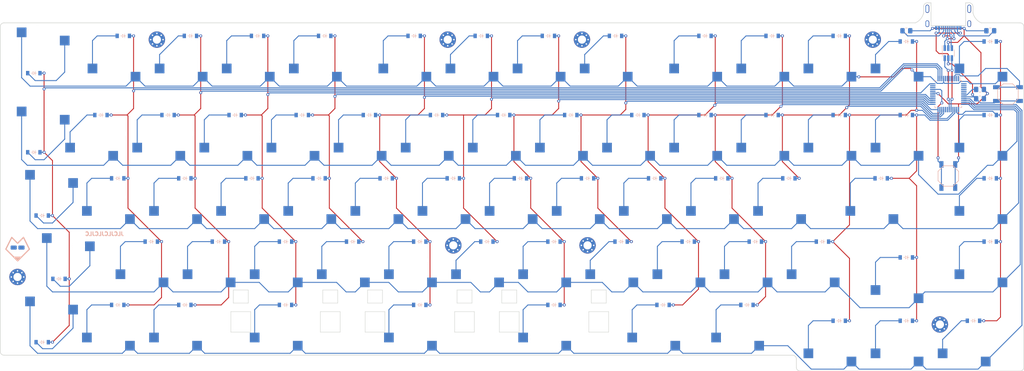
<source format=kicad_pcb>
(kicad_pcb (version 20221018) (generator pcbnew)
  (title_block (title "crimes") (rev "v1.0.0") (company "Unknown"))
  (layers (0 "F.Cu" signal) (31 "B.Cu" signal) (34 "B.Paste" user) (35 "F.Paste" user) (36 "B.SilkS" user "B.Silkscreen") (37 "F.SilkS" user "F.Silkscreen") (38 "B.Mask" user) (39 "F.Mask" user) (44 "Edge.Cuts" user))
  (net 0 "")
  (net 1 "P16")
  (net 2 "P17")
  (net 3 "RST")
  (net 4 "P30")
  (net 5 "P45")
  (net 6 "P44")
  (net 7 "P31")
  (net 8 "P32")
  (net 9 "row1")
  (net 10 "col1")
  (net 11 "col2")
  (net 12 "col3")
  (net 13 "col4")
  (net 14 "P43")
  (net 15 "P42")
  (net 16 "BOOT")
  (net 17 "P47")
  (net 18 "GND")
  (net 19 "P41")
  (net 20 "P40")
  (net 21 "col5")
  (net 22 "col6")
  (net 23 "col7")
  (net 24 "col8")
  (net 25 "col9")
  (net 26 "col10")
  (net 27 "col11")
  (net 28 "col12")
  (net 29 "P55")
  (net 30 "P54")
  (net 31 "DPLUSOUT")
  (net 32 "DNEGOUT")
  (net 33 "col13")
  (net 34 "col14")
  (net 35 "col15")
  (net 36 "P04")
  (net 37 "row2")
  (net 38 "row3")
  (net 39 "row4")
  (net 40 "row5")
  (net 41 "VBUS")
  (net 42 "V33")
  (net 43 "P10")
  (net 44 "P11")
  (net 45 "P12")
  (net 46 "P13")
  (net 47 "P14")
  (net 48 "P15")
  (net 49 "DPLUSIN")
  (net 50 "DNEGIN")
  (net 51 "SBU2")
  (net 52 "CC1")
  (net 53 "SBU1")
  (net 54 "CC2")
  (net 55 "num_escape")
  (net 56 "num_one")
  (net 57 "num_two")
  (net 58 "num_three")
  (net 59 "num_four")
  (net 60 "num_five")
  (net 61 "num_six")
  (net 62 "num_seven")
  (net 63 "num_eight")
  (net 64 "num_nine")
  (net 65 "num_zero")
  (net 66 "num_dash")
  (net 67 "num_equals")
  (net 68 "num_backspace")
  (net 69 "top_escape")
  (net 70 "top_one")
  (net 71 "top_two")
  (net 72 "top_three")
  (net 73 "top_four")
  (net 74 "top_five")
  (net 75 "top_six")
  (net 76 "top_seven")
  (net 77 "top_eight")
  (net 78 "top_nine")
  (net 79 "top_zero")
  (net 80 "top_dash")
  (net 81 "top_equals")
  (net 82 "top_backspace")
  (net 83 "top_special")
  (net 84 "home_one")
  (net 85 "home_two")
  (net 86 "home_three")
  (net 87 "home_four")
  (net 88 "home_five")
  (net 89 "home_six")
  (net 90 "home_seven")
  (net 91 "home_eight")
  (net 92 "home_nine")
  (net 93 "home_zero")
  (net 94 "home_dash")
  (net 95 "home_special")
  (net 96 "bottom_one")
  (net 97 "bottom_two")
  (net 98 "bottom_three")
  (net 99 "bottom_four")
  (net 100 "bottom_five")
  (net 101 "bottom_six")
  (net 102 "bottom_seven")
  (net 103 "bottom_eight")
  (net 104 "bottom_nine")
  (net 105 "bottom_zero")
  (net 106 "bottom_equals")
  (net 107 "bottom_backspace")
  (net 108 "bottom_special")
  (net 109 "mod_one")
  (net 110 "mod_two")
  (net 111 "mod_equals")
  (net 112 "mod_backspace")
  (net 113 "mod_special")
  (net 114 "home_escape")
  (net 115 "mod_escape")
  (net 116 "mod_nine")
  (net 117 "mod_zero")
  (net 118 "home_backspace")
  (net 119 "bottom_escape")
  (net 120 "mod_three")
  (net 121 "mod_five")
  (net 122 "mod_seven")
  (footprint "E73:SW_TACT_ALPS_SKQGABE010" (layer "F.Cu") (at 320.25 132.625 90)
    (fp_text reference "B1" hide)
    (fp_text value "" hide)
  )
  (footprint "ComboDiode" (layer "F.Cu") (at 331.5 96.5 180)
    (fp_text reference "D68" hide)
    (fp_text value "" hide)
  )
  (footprint "ComboDiode" (layer "F.Cu") (at 291 171.5 180)
    (fp_text reference "D59" hide)
    (fp_text value "" hide)
  )
  (footprint "ComboDiode" (layer "F.Cu") (at 99 95 180)
    (fp_text reference "D1" hide)
    (fp_text value "" hide)
  )
  (footprint "ComboDiode" (layer "F.Cu") (at 213 95 180)
    (fp_text reference "D7" hide)
    (fp_text value "" hide)
  )
  (footprint "ComboDiode" (layer "F.Cu") (at 124.5 150.25 180)
    (fp_text reference "D40" hide)
    (fp_text value "" hide)
  )
  (footprint "PG1350" (layer "F.Cu") (at 129 121.25 180)
    (fp_text reference "S18" hide)
    (fp_text value "" hide)
  )
  (footprint "PG1350" (layer "F.Cu") (at 147 121.25 180)
    (fp_text reference "S19" hide)
    (fp_text value "" hide)
  )
  (footprint "PG1350" (layer "F.Cu") (at 135 100 180)
    (fp_text reference "S4" hide)
    (fp_text value "" hide)
  )
  (footprint "PG1350" (layer "F.Cu") (at 309 159.5 180)
    (fp_text reference "S53" hide)
    (fp_text value "" hide)
  )
  (footprint "PG1350" (layer "F.Cu") (at 273 121.25 180)
    (fp_text reference "S26" hide)
    (fp_text value "" hide)
  )
  (footprint "MountingHole_2.2mm_M2_Pad_Via" (layer "F.Cu") (at 300 96 -90)
    (fp_text reference "_7" hide)
    (fp_text value "")
  )
  (footprint "PG1350" (layer "F.Cu") (at 115.5 172.25 180)
    (fp_text reference "S56" hide)
    (fp_text value "" hide)
  )
  (footprint "PG1350" (layer "F.Cu") (at 237 121.25 180)
    (fp_text reference "S24" hide)
    (fp_text value "" hide)
  )
  (footprint "PG1350" (layer "F.Cu") (at 243.75 172.25 180)
    (fp_text reference "S62" hide)
    (fp_text value "" hide)
  )
  (footprint "PG1350" (layer "F.Cu") (at 77.25 138.25)
    (fp_text reference "S60" hide)
    (fp_text value "" hide)
  )
  (footprint "PG1350" (layer "F.Cu") (at 291 100 180)
    (fp_text reference "S12" hide)
    (fp_text value "" hide)
  )
  (footprint "MountingHole_2.2mm_M2_Pad_Via" (layer "F.Cu") (at 222 96 -90)
    (fp_text reference "_3" hide)
    (fp_text value "")
  )
  (footprint "ComboDiode" (layer "F.Cu") (at 309 154.5 180)
    (fp_text reference "D50" hide)
    (fp_text value "" hide)
  )
  (footprint "ComboDiode" (layer "F.Cu") (at 75 105 180)
    (fp_text reference "D62" hide)
    (fp_text value "" hide)
  )
  (footprint "PG1350" (layer "F.Cu") (at 115.5 138.25 180)
    (fp_text reference "S31" hide)
    (fp_text value "" hide)
  )
  (footprint "ComboDiode" (layer "F.Cu") (at 266.25 167.25 180)
    (fp_text reference "D58" hide)
    (fp_text value "" hide)
  )
  (footprint "ComboDiode" (layer "F.Cu") (at 291 95 180)
    (fp_text reference "D11" hide)
    (fp_text value "" hide)
  )
  (footprint "PG1350" (layer "F.Cu") (at 142.5 155.25 180)
    (fp_text reference "S44" hide)
    (fp_text value "" hide)
  )
  (footprint "PG1350" (layer "F.Cu") (at 255 121.25 180)
    (fp_text reference "S25" hide)
    (fp_text value "" hide)
  )
  (footprint "PG1350" (layer "F.Cu") (at 77.25 172.25)
    (fp_text reference "S61" hide)
    (fp_text value "" hide)
  )
  (footprint "ComboDiode" (layer "F.Cu") (at 77.25 143.25 180)
    (fp_text reference "D64" hide)
    (fp_text value "" hide)
  )
  (footprint "ComboDiode" (layer "F.Cu") (at 111 116.25 180)
    (fp_text reference "D13" hide)
    (fp_text value "" hide)
  )
  (footprint "PG1350" (layer "F.Cu") (at 93 121.25 180)
    (fp_text reference "S16" hide)
    (fp_text value "" hide)
  )
  (footprint "ComboDiode" (layer "F.Cu") (at 291 116.25 180)
    (fp_text reference "D23" hide)
    (fp_text value "" hide)
  )
  (footprint "PG1350" (layer "F.Cu") (at 268.5 155.25 180)
    (fp_text reference "S51" hide)
    (fp_text value "" hide)
  )
  (footprint "ComboDiode" (layer "F.Cu") (at 327 171.5 180)
    (fp_text reference "D61" hide)
    (fp_text value "" hide)
  )
  (footprint "PG1350" (layer "F.Cu") (at 169.5 138.25 180)
    (fp_text reference "S34" hide)
    (fp_text value "" hide)
  )
  (footprint "ComboDiode" (layer "F.Cu") (at 231 95 180)
    (fp_text reference "D8" hide)
    (fp_text value "" hide)
  )
  (footprint "PG1350" (layer "F.Cu") (at 153 100 180)
    (fp_text reference "S5" hide)
    (fp_text value "" hide)
  )
  (footprint "ComboDiode" (layer "F.Cu") (at 81.75 160.25 180)
    (fp_text reference "D65" hide)
    (fp_text value "" hide)
  )
  (footprint "ComboDiode" (layer "F.Cu") (at 142.5 150.25 180)
    (fp_text reference "D41" hide)
    (fp_text value "" hide)
  )
  (footprint "PG1350" (layer "F.Cu") (at 151.5 138.25 180)
    (fp_text reference "S33" hide)
    (fp_text value "" hide)
  )
  (footprint "ComboDiode" (layer "F.Cu") (at 135 95 180)
    (fp_text reference "D3" hide)
    (fp_text value "" hide)
  )
  (footprint "ComboDiode" (layer "F.Cu") (at 232.5 150.25 180)
    (fp_text reference "D46" hide)
    (fp_text value "" hide)
  )
  (footprint "PG1350" (layer "F.Cu") (at 223.5 138.25 180)
    (fp_text reference "S37" hide)
    (fp_text value "" hide)
  )
  (footprint "ComboDiode" (layer "F.Cu") (at 177 95 180)
    (fp_text reference "D5" hide)
    (fp_text value "" hide)
  )
  (footprint "PG1350" (layer "F.Cu") (at 309 176.5 180)
    (fp_text reference "S58" hide)
    (fp_text value "" hide)
  )
  (footprint "PG1350" (layer "F.Cu") (at 331.5 138.25 180)
    (fp_text reference "S41" hide)
    (fp_text value "" hide)
  )
  (footprint "PG1350" (layer "F.Cu") (at 309 121.25 180)
    (fp_text reference "S28" hide)
    (fp_text value "" hide)
  )
  (footprint "ComboDiode" (layer "F.Cu") (at 115.5 133.25 180)
    (fp_text reference "D27" hide)
    (fp_text value "" hide)
  )
  (footprint "PG1350" (layer "F.Cu") (at 291 176.5 180)
    (fp_text reference "S57" hide)
    (fp_text value "" hide)
  )
  (footprint "MountingHole_2.2mm_M2_Pad_Via" (layer "F.Cu") (at 108 96 -90)
    (fp_text reference "_1" hide)
    (fp_text value "")
  )
  (footprint "PG1350" (layer "F.Cu") (at 201 121.25 180)
    (fp_text reference "S22" hide)
    (fp_text value "" hide)
  )
  (footprint "PG1350" (layer "F.Cu") (at 309 100 180)
    (fp_text reference "S13" hide)
    (fp_text value "" hide)
  )
  (footprint "ComboDiode" (layer "F.Cu") (at 153 95 180)
    (fp_text reference "D4" hide)
    (fp_text value "" hide)
  )
  (footprint "ComboDiode" (layer "F.Cu") (at 223.5 133.25 180)
    (fp_text reference "D33" hide)
    (fp_text value "" hide)
  )
  (footprint "ComboDiode" (layer "F.Cu") (at 165 116.25 180)
    (fp_text reference "D16" hide)
    (fp_text value "" hide)
  )
  (footprint "ComboDiode" (layer "F.Cu") (at 273 116.25 180)
    (fp_text reference "D22" hide)
    (fp_text value "" hide)
  )
  (footprint "ComboDiode" (layer "F.Cu") (at 178.5 167.25 180)
    (fp_text reference "D55" hide)
    (fp_text value "" hide)
  )
  (footprint "PG1350" (layer "F.Cu") (at 241.5 138.25 180)
    (fp_text reference "S38" hide)
    (fp_text value "" hide)
  )
  (footprint "ComboDiode" (layer "F.Cu") (at 151.5 133.25 180)
    (fp_text reference "D29" hide)
    (fp_text value "" hide)
  )
  (footprint "PG1350" (layer "F.Cu") (at 195 100 180)
    (fp_text reference "S7" hide)
    (fp_text value "" hide)
  )
  (footprint "PG1350" (layer "F.Cu") (at 219 121.25 180)
    (fp_text reference "S23" hide)
    (fp_text value "" hide)
  )
  (footprint "PG1350" (layer "F.Cu") (at 255 100 180)
    (fp_text reference "S10" hide)
    (fp_text value "" hide)
  )
  (footprint "ComboDiode" (layer "F.Cu") (at 309 116.25 180)
    (fp_text reference "D24" hide)
    (fp_text value "" hide)
  )
  (footprint "ComboDiode" (layer "F.Cu") (at 286.5 150.25 180)
    (fp_text reference "D49" hide)
    (fp_text value "" hide)
  )
  (footprint "MountingHole_2.2mm_M2_Pad_Via" (layer "F.Cu") (at 223.5 151.25 -90)
    (fp_text reference "_6" hide)
    (fp_text value "")
  )
  (footprint "PG1350" (layer "F.Cu") (at 142.5 172.25 180)
    (fp_text reference "S66" hide)
    (fp_text value "" hide)
  )
  (footprint "PG1350" (layer "F.Cu") (at 165 121.25 180)
    (fp_text reference "S20" hide)
    (fp_text value "" hide)
  )
  (footprint "Choc-2u-cutout" (layer "F.Cu") (at 214.5 172.25)
    (fp_text reference "")
    (fp_text value "")
    (fp_line (start -14.65 -3.2) (end -14.65 2.3) (stroke (width 0.12)) (layer "Edge.Cuts"))
    (fp_line (start -14.65 -3.2) (end -9.35 -3.2) (stroke (width 0.12)) (layer "Edge.Cuts"))
    (fp_line (start -14.65 2.3) (end -9.35 2.3) (stroke (width 0.12)) (layer "Edge.Cuts"))
    (fp_line (start -14 -9) (end -14 -5.5) (stroke (width 0.12)) (layer "Edge.Cuts"))
    (fp_line (start -14 -9) (end -10 -9) (stroke (width 0.12)) (layer "Edge.Cuts"))
    (fp_line (start -14 -5.5) (end -10 -5.5) (stroke (width 0.12)) (layer "Edge.Cuts"))
    (fp_line (start -10 -5.5) (end -10 -9) (stroke (width 0.12)) (layer "Edge.Cuts"))
    (fp_line (start -9.35 2.3) (end -9.35 -3.2) (stroke (width 0.12)) (layer "Edge.Cuts"))
    (fp_line (start 9.35 -3.2) (end 9.35 2.3) (stroke (width 0.12)) (layer "Edge.Cuts"))
    (fp_line (start 9.35 -3.2) (end 14.65 -3.2) (stroke (width 0.12)) (layer "Edge.Cuts"))
    (fp_line (start 9.35 2.3) (end 14.65 2.3) (stroke (width 0.12)) (layer "Edge.Cuts"))
    (fp_line (start 10 -9) (end 10 -5.5) (stroke (width 0.12)) (layer "Edge.Cuts"))
    (fp_line (start 10 -9) (end 14 -9) (stroke (width 0.12)) (layer "Edge.Cuts"))
    (fp_line (start 10 -5.5) (end 14 -5.5) (stroke (width 0.12)) (layer "Edge.Cuts"))
    (fp_line (start 14 -5.5) (end 14 -9) (stroke (width 0.12)) (layer "Edge.Cuts"))
    (fp_line (start 14.65 2.3) (end 14.65 -3.2) (stroke (width 0.12)) (layer "Edge.Cuts"))
  )
  (footprint "ComboDiode" (layer "F.Cu") (at 243.75 167.25 180)
    (fp_text reference "D57" hide)
    (fp_text value "" hide)
  )
  (footprint "ComboDiode" (layer "F.Cu") (at 196.5 150.25 180)
    (fp_text reference "D44" hide)
    (fp_text value "" hide)
  )
  (footprint "PG1350" (layer "F.Cu") (at 277.5 138.25 180)
    (fp_text reference "S40" hide)
    (fp_text value "" hide)
  )
  (footprint "ComboDiode" (layer "F.Cu") (at 169.5 133.25 180)
    (fp_text reference "D30" hide)
    (fp_text value "" hide)
  )
  (footprint "Choc-2u-cutout" (layer "F.Cu") (at 142.5 172.25)
    (fp_text reference "")
    (fp_text value "")
    (fp_line (start -14.65 -3.2) (end -14.65 2.3) (stroke (width 0.12)) (layer "Edge.Cuts"))
    (fp_line (start -14.65 -3.2) (end -9.35 -3.2) (stroke (width 0.12)) (layer "Edge.Cuts"))
    (fp_line (start -14.65 2.3) (end -9.35 2.3) (stroke (width 0.12)) (layer "Edge.Cuts"))
    (fp_line (start -14 -9) (end -14 -5.5) (stroke (width 0.12)) (layer "Edge.Cuts"))
    (fp_line (start -14 -9) (end -10 -9) (stroke (width 0.12)) (layer "Edge.Cuts"))
    (fp_line (start -14 -5.5) (end -10 -5.5) (stroke (width 0.12)) (layer "Edge.Cuts"))
    (fp_line (start -10 -5.5) (end -10 -9) (stroke (width 0.12)) (layer "Edge.Cuts"))
    (fp_line (start -9.35 2.3) (end -9.35 -3.2) (stroke (width 0.12)) (layer "Edge.Cuts"))
    (fp_line (start 9.35 -3.2) (end 9.35 2.3) (stroke (width 0.12)) (layer "Edge.Cuts"))
    (fp_line (start 9.35 -3.2) (end 14.65 -3.2) (stroke (width 0.12)) (layer "Edge.Cuts"))
    (fp_line (start 9.35 2.3) (end 14.65 2.3) (stroke (width 0.12)) (layer "Edge.Cuts"))
    (fp_line (start 10 -9) (end 10 -5.5) (stroke (width 0.12)) (layer "Edge.Cuts"))
    (fp_line (start 10 -9) (end 14 -9) (stroke (width 0.12)) (layer "Edge.Cuts"))
    (fp_line (start 10 -5.5) (end 14 -5.5) (stroke (width 0.12)) (layer "Edge.Cuts"))
    (fp_line (start 14 -5.5) (end 14 -9) (stroke (width 0.12)) (layer "Edge.Cuts"))
    (fp_line (start 14.65 2.3) (end 14.65 -3.2) (stroke (width 0.12)) (layer "Edge.Cuts"))
  )
  (footprint "PG1350" (layer "F.Cu") (at 291 121.25 180)
    (fp_text reference "S27" hide)
    (fp_text value "" hide)
  )
  (footprint "PG1350" (layer "F.Cu") (at 117 100 180)
    (fp_text reference "S3" hide)
    (fp_text value "" hide)
  )
  (footprint "PG1350" (layer "F.Cu") (at 259.5 138.25 180)
    (fp_text reference "S39" hide)
    (fp_text value "" hide)
  )
  (footprint "ComboDiode" (layer "F.Cu") (at 187.5 133.25 180)
    (fp_text reference "D31" hide)
    (fp_text value "" hide)
  )
  (footprint "ComboDiode" (layer "F.Cu") (at 77.25 177.25 180)
    (fp_text reference "D66" hide)
    (fp_text value "" hide)
  )
  (footprint "PG1350" (layer "F.Cu") (at 81.75 155.25)
    (fp_text reference "S65" hide)
    (fp_text value "" hide)
  )
  (footprint "PG1350" (layer "F.Cu") (at 331.5 100 180)
    (fp_text reference "S14" hide)
    (fp_text value "" hide)
  )
  (footprint "ComboDiode" (layer "F.Cu") (at 219 116.25 180)
    (fp_text reference "D19" hide)
    (fp_text value "" hide)
  )
  (footprint "PG1350" (layer "F.Cu") (at 286.5 155.25 180)
    (fp_text reference "S52" hide)
    (fp_text value "" hide)
  )
  (footprint "ComboDiode" (layer "F.Cu") (at 115.5 167.25 180)
    (fp_text reference "D53" hide)
    (fp_text value "" hide)
  )
  (footprint "PG1350" (layer "F.Cu") (at 331.5 155.25 180)
    (fp_text reference "S54" hide)
    (fp_text value "" hide)
  )
  (footprint "PG1350" (layer "F.Cu") (at 160.5 155.25 180)
    (fp_text reference "S45" hide)
    (fp_text value "" hide)
  )
  (footprint "ComboDiode" (layer "F.Cu") (at 302.25 133.25 180)
    (fp_text reference "D37" hide)
    (fp_text value "" hide)
  )
  (footprint "ComboDiode" (layer "F.Cu") (at 237 116.25 180)
    (fp_text reference "D20" hide)
    (fp_text value "" hide)
  )
  (footprint "ComboDiode" (layer "F.Cu") (at 117 95 180)
    (fp_text reference "D2" hide)
    (fp_text value "" hide)
  )
  (footprint "PG1350" (layer "F.Cu") (at 99 100 180)
    (fp_text reference "S2" hide)
    (fp_text value "" hide)
  )
  (footprint "ComboDiode" (layer "F.Cu") (at 75 126.25 180)
    (fp_text reference "D63" hide)
    (fp_text value "" hide)
  )
  (footprint "PG1350" (layer "F.Cu") (at 178.5 172.25 180)
    (fp_text reference "S67" hide)
    (fp_text value "" hide)
  )
  (footprint "PG1350" (layer "F.Cu") (at 273 100 180)
    (fp_text reference "S11" hide)
    (fp_text value "" hide)
  )
  (footprint "ComboDiode" (layer "F.Cu") (at 142.5 167.25 180)
    (fp_text reference "D54" hide)
    (fp_text value "" hide)
  )
  (footprint "ComboDiode" (layer "F.Cu") (at 183 116.25 180)
    (fp_text reference "D17" hide)
    (fp_text value "" hide)
  )
  (footprint "ComboDiode" (layer "F.Cu") (at 255 95 180)
    (fp_text reference "D9" hide)
    (fp_text value "" hide)
  )
  (footprint "PG1350" (layer "F.Cu") (at 331.5 121.25 180)
    (fp_text reference "S29" hide)
    (fp_text value "" hide)
  )
  (footprint "ComboDiode" (layer "F.Cu") (at 273 95 180)
    (fp_text reference "D10" hide)
    (fp_text value "" hide)
  )
  (footprint "ComboDiode" (layer "F.Cu") (at 205.5 133.25 180)
    (fp_text reference "D32" hide)
    (fp_text value "" hide)
  )
  (footprint "PG1350" (layer "F.Cu") (at 327 176.5 180)
    (fp_text reference "S59" hide)
    (fp_text value "" hide)
  )
  (footprint "ComboDiode" (layer "F.Cu") (at 195 95 180)
    (fp_text reference "D6" hide)
    (fp_text value "" hide)
  )
  (footprint "PG1350" (layer "F.Cu") (at 124.5 155.25 180)
    (fp_text reference "S43" hide)
    (fp_text value "" hide)
  )
  (footprint "PG1350" (layer "F.Cu") (at 196.5 155.25 180)
    (fp_text reference "S47" hide)
    (fp_text value "" hide)
  )
  (footprint "PG1350" (layer "F.Cu") (at 302.25 138.25 180)
    (fp_text reference "S64" hide)
    (fp_text value "" hide)
  )
  (footprint "ComboDiode" (layer "F.Cu") (at 214.5 150.25 180)
    (fp_text reference "D45" hide)
    (fp_text value "" hide)
  )
  (footprint "MountingHole_2.2mm_M2_Pad_Via" (layer "F.Cu") (at 186 96 -90)
    (fp_text reference "_2" hide)
    (fp_text value "")
  )
  (footprint "ComboDiode" (layer "F.Cu") (at 97.5 167.25 180)
    (fp_text reference "D52" hide)
    (fp_text value "" hide)
  )
  (footprint "PG1350" (layer "F.Cu") (at 232.5 155.25 180)
    (fp_text reference "S49" hide)
    (fp_text value "" hide)
  )
  (footprint "PG1350" (layer "F.Cu") (at 213 100 180)
    (fp_text reference "S8" hide)
    (fp_text value "" hide)
  )
  (footprint "ComboDiode" (layer "F.Cu") (at 97.5 133.25 180)
    (fp_text reference "D26" hide)
    (fp_text value "" hide)
  )
  (footprint "ComboDiode" (layer "F.Cu") (at 331.5 116.25 180)
    (fp_text reference "D25" hide)
    (fp_text value "" hide)
  )
  (footprint "ComboDiode" (layer "F.Cu") (at 241.5 133.25 180)
    (fp_text reference "D34" hide)
    (fp_text value "" hide)
  )
  (footprint "ComboDiode" (layer "F.Cu") (at 178.5 150.25 180)
    (fp_text reference "D43" hide)
    (fp_text value "" hide)
  )
  (footprint "PG1350" (layer "F.Cu") (at 205.5 138.25 180)
    (fp_text reference "S36" hide)
    (fp_text value "" hide)
  )
  (footprint "PG1350" (layer "F.Cu") (at 177 100 180)
    (fp_text reference "S6" hide)
    (fp_text value "" hide)
  )
  (footprint "ComboDiode" (layer "F.Cu") (at 277.5 133.25 180)
    (fp_text reference "D36" hide)
    (fp_text value "" hide)
  )
  (footprint "ComboDiode" (layer "F.Cu") (at 268.5 150.25 180)
    (fp_text reference "D48" hide)
    (fp_text value "" hide)
  )
  (footprint "PG1350" (layer "F.Cu") (at 133.5 138.25 180)
    (fp_text reference "S32" hide)
    (fp_text value "" hide)
  )
  (footprint "MountingHole_2.2mm_M2_Pad_Via" (layer "F.Cu") (at 70.625 159.75 90)
    (fp_text reference "_4" hide)
    (fp_text value "")
  )
  (footprint "ComboDiode" (layer "F.Cu") (at 259.5 133.25 180)
    (fp_text reference "D35" hide)
    (fp_text value "" hide)
  )
  (footprint "E73:SW_TACT_ALPS_SKQGABE010" (layer "F.Cu") (at 336.25 110.625)
    (fp_text reference "B2" hide)
    (fp_text value "" hide)
  )
  (footprint "ComboDiode" (layer "F.Cu") (at 255 116.25 180)
    (fp_text reference "D21" hide)
    (fp_text value "" hide)
  )
  (footprint "MountingHole_2.2mm_M2_Pad_Via" (layer "F.Cu") (at 318 172.5 -90)
    (fp_text reference "_8" hide)
    (fp_text value "")
  )
  (footprint "PG1350" (layer "F.Cu") (at 75 100)
    (fp_text reference "S1" hide)
    (fp_text value "" hide)
  )
  (footprint "ComboDiode" (layer "F.Cu") (at 309 171.5 180)
    (fp_text reference "D60" hide)
    (fp_text value "" hide)
  )
  (footprint "ComboDiode" (layer "F.Cu") (at 214.5 167.25 180)
    (fp_text reference "D56" hide)
    (fp_text value "" hide)
  )
  (footprint "ComboDiode" (layer "F.Cu") (at 250.5 150.25 180)
    (fp_text reference "D47" hide)
    (fp_text value "" hide)
  )
  (footprint "ComboDiode" (layer "F.Cu") (at 129 116.25 180)
    (fp_text reference "D14" hide)
    (fp_text value "" hide)
  )
  (footprint "ComboDiode" (layer "F.Cu") (at 201 116.25 180)
    (fp_text reference "D18" hide)
    (fp_text value "" hide)
  )
  (footprint "PG1350" (layer "F.Cu") (at 75 121.25)
    (fp_text reference "S15" hide)
    (fp_text value "" hide)
  )
  (footprint "ComboDiode" (layer "F.Cu") (at 160.5 150.25 180)
    (fp_text reference "D42" hide)
    (fp_text value "" hide)
  )
  (footprint "PG1350" (layer "F.Cu") (at 214.5 155.25 180)
    (fp_text reference "S48" hide)
    (fp_text value "" hide)
  )
  (footprint "ComboDiode" (layer "F.Cu") (at 309 96.5 180)
    (fp_text reference "D67" hide)
    (fp_text value "" hide)
  )
  (footprint "PG1350" (layer "F.Cu") (at 187.5 138.25 180)
    (fp_text reference "S35" hide)
    (fp_text value "" hide)
  )
  (footprint "ComboDiode" (layer "F.Cu") (at 133.5 133.25 180)
    (fp_text reference "D28" hide)
    (fp_text value "" hide)
  )
  (footprint "MountingHole_2.2mm_M2_Pad_Via" (layer "F.Cu") (at 187.5 151.25 -90)
    (fp_text reference "_5" hide)
    (fp_text value "")
  )
  (footprint "PG1350" (layer "F.Cu") (at 97.5 138.25 180)
    (fp_text reference "S30" hide)
    (fp_text value "" hide)
  )
  (footprint "PG1350" (layer "F.Cu") (at 178.5 155.25 180)
    (fp_text reference "S46" hide)
    (fp_text value "" hide)
  )
  (footprint "ComboDiode" (layer "F.Cu") (at 106.5 150.25 180)
    (fp_text reference "D39" hide)
    (fp_text value "" hide)
  )
  (footprint "PG1350" (layer "F.Cu") (at 183 121.25 180)
    (fp_text reference "S21" hide)
    (fp_text value "" hide)
  )
  (footprint "ComboDiode" (layer "F.Cu") (at 331.5 150.25 180)
    (fp_text reference "D51" hide)
    (fp_text value "" hide)
  )
  (footprint "PG1350" (layer "F.Cu") (at 231 100 180)
    (fp_text reference "S9" hide)
    (fp_text value "" hide)
  )
  (footprint "ComboDiode" (layer "F.Cu") (at 147 116.25 180)
    (fp_text reference "D15" hide)
    (fp_text value "" hide)
  )
  (footprint "ComboDiode" (layer "F.Cu") (at 93 116.25 180)
    (fp_text reference "D12" hide)
    (fp_text value "" hide)
  )
  (footprint "Choc-2u-cutout" (layer "F.Cu") (at 178.5 172.25)
    (fp_text reference "")
    (fp_text value "")
    (fp_line (start -14.65 -3.2) (end -14.65 2.3) (stroke (width 0.12)) (layer "Edge.Cuts"))
    (fp_line (start -14.65 -3.2) (end -9.35 -3.2) (stroke (width 0.12)) (layer "Edge.Cuts"))
    (fp_line (start -14.65 2.3) (end -9.35 2.3) (stroke (width 0.12)) (layer "Edge.Cuts"))
    (fp_line (start -14 -9) (end -14 -5.5) (stroke (width 0.12)) (layer "Edge.Cuts"))
    (fp_line (start -14 -9) (end -10 -9) (stroke (width 0.12)) (layer "Edge.Cuts"))
    (fp_line (start -14 -5.5) (end -10 -5.5) (stroke (width 0.12)) (layer "Edge.Cuts"))
    (fp_line (start -10 -5.5) (end -10 -9) (stroke (width 0.12)) (layer "Edge.Cuts"))
    (fp_line (start -9.35 2.3) (end -9.35 -3.2) (stroke (width 0.12)) (layer "Edge.Cuts"))
    (fp_line (start 9.35 -3.2) (end 9.35 2.3) (stroke (width 0.12)) (layer "Edge.Cuts"))
    (fp_line (start 9.35 -3.2) (end 14.65 -3.2) (stroke (width 0.12)) (layer "Edge.Cuts"))
    (fp_line (start 9.35 2.3) (end 14.65 2.3) (stroke (width 0.12)) (layer "Edge.Cuts"))
    (fp_line (start 10 -9) (end 10 -5.5) (stroke (width 0.12)) (layer "Edge.Cuts"))
    (fp_line (start 10 -9) (end 14 -9) (stroke (width 0.12)) (layer "Edge.Cuts"))
    (fp_line (start 10 -5.5) (end 14 -5.5) (stroke (width 0.12)) (layer "Edge.Cuts"))
    (fp_line (start 14 -5.5) (end 14 -9) (stroke (width 0.12)) (layer "Edge.Cuts"))
    (fp_line (start 14.65 2.3) (end 14.65 -3.2) (stroke (width 0.12)) (layer "Edge.Cuts"))
  )
  (footprint "PG1350" (layer "F.Cu") (at 97.5 172.25 180)
    (fp_text reference "S55" hide)
    (fp_text value "" hide)
  )
  (footprint "PG1350" (layer "F.Cu") (at 266.25 172.25 180)
    (fp_text reference "S63" hide)
    (fp_text value "" hide)
  )
  (footprint "ComboDiode" (layer "F.Cu") (at 331.5 133.25 180)
    (fp_text reference "D38" hide)
    (fp_text value "" hide)
  )
  (footprint "PG1350" (layer "F.Cu") (at 250.5 155.25 180)
    (fp_text reference "S50" hide)
    (fp_text value "" hide)
  )
  (footprint "PG1350" (layer "F.Cu") (at 111 121.25 180)
    (fp_text reference "S17" hide)
    (fp_text value "" hide)
  )
  (footprint "PG1350" (layer "F.Cu") (at 214.5 172.25 180)
    (fp_text reference "S68" hide)
    (fp_text value "" hide)
  )
  (footprint "PG1350" (layer "F.Cu") (at 106.5 155.25 180)
    (fp_text reference "S42" hide)
    (fp_text value "" hide)
  )
  (footprint "C_0805_2012Metric_Pad1.18x1.45mm_HandSolder" (layer "B.Cu") (at 331.5 93.625)
    (fp_text reference "")
    (fp_text value "")
  )
  (footprint "C_0805_2012Metric_Pad1.18x1.45mm_HandSolder" (layer "B.Cu") (at 328.75 109.375 180)
    (fp_text reference "")
    (fp_text value "")
  )
  (footprint "USB-C-12-Pin-MidMount" (layer "B.Cu") (at 320.25 85.625)
    (fp_text reference "")
    (fp_text value "")
  )
  (footprint "SOT-23-6_Handsoldering" (layer "B.Cu") (at 320.25 99.625 90)
    (fp_text reference "")
    (fp_text value "")
  )
  (footprint "C_0805_2012Metric_Pad1.18x1.45mm_HandSolder" (layer "B.Cu") (at 309 93.625 180)
    (fp_text reference "")
    (fp_text value "")
  )
  (footprint "LQFP-48_7x7mm_P0.5mm" (layer "B.Cu") (at 320.25 110.625 90)
    (fp_text reference "MCU1" hide)
    (fp_text value "" hide)
  )
  (footprint "C_0805_2012Metric_Pad1.18x1.45mm_HandSolder" (layer "B.Cu") (at 328.75 111.875 180)
    (fp_text reference "")
    (fp_text value "")
  )
  (gr_poly (pts (xy 70.211822 151.2975) (xy 70.222941 151.298345) (xy 70.233897 151.299738) (xy 70.244679 151.301663) (xy 70.255271 151.304107) (xy 70.265659 151.307058) (xy 70.275832 151.310499) (xy 70.285773 151.314419) (xy 70.295471 151.318804) (xy 70.30491 151.323638) (xy 70.314078 151.32891) (xy 70.32296 151.334604) (xy 70.331543 151.340708) (xy 70.339813 151.347207) (xy 70.347756 151.354088) (xy 70.355358 151.361337) (xy 70.362607 151.36894) (xy 70.369487 151.376884) (xy 70.375986 151.385154) (xy 70.382089 151.393737) (xy 70.387783 151.40262) (xy 70.393054 151.411788) (xy 70.397888 151.421227) (xy 70.402272 151.430925) (xy 70.406191 151.440867) (xy 70.409633 151.451039) (xy 70.412583 151.461428) (xy 70.415027 151.472019) (xy 70.416952 151.4828) (xy 70.418344 151.493757) (xy 70.419189 151.504875) (xy 70.419474 151.51614) (xy 70.419474 152.172909) (xy 70.419189 152.184175) (xy 70.418344 152.195292) (xy 70.416952 152.206248) (xy 70.415027 152.217028) (xy 70.412583 152.227619) (xy 70.409633 152.238008) (xy 70.406191 152.248179) (xy 70.402272 152.258121) (xy 70.397888 152.267818) (xy 70.393054 152.277257) (xy 70.387783 152.286425) (xy 70.382089 152.295307) (xy 70.375986 152.30389) (xy 70.369487 152.31216) (xy 70.362607 152.320104) (xy 70.355358 152.327707) (xy 70.347756 152.334955) (xy 70.339813 152.341836) (xy 70.331543 152.348335) (xy 70.32296 152.354439) (xy 70.314078 152.360133) (xy 70.30491 152.365405) (xy 70.295471 152.370239) (xy 70.285773 152.374623) (xy 70.275832 152.378543) (xy 70.265659 152.381985) (xy 70.255271 152.384935) (xy 70.244679 152.38738) (xy 70.233897 152.389305) (xy 70.222941 152.390697) (xy 70.211822 152.391543) (xy 70.200556 152.391828) (xy 68.996491 152.391828) (xy 68.985225 152.391543) (xy 68.974106 152.390697) (xy 68.96315 152.389305) (xy 68.952368 152.38738) (xy 68.941776 152.384935) (xy 68.931387 152.381985) (xy 68.921214 152.378543) (xy 68.911272 152.374623) (xy 68.901574 152.370239) (xy 68.892134 152.365405) (xy 68.882966 152.360133) (xy 68.874083 152.354439) (xy 68.865499 152.348335) (xy 68.857229 152.341836) (xy 68.849285 152.334955) (xy 68.841682 152.327707) (xy 68.834433 152.320104) (xy 68.827552 152.31216) (xy 68.821052 152.30389) (xy 68.814948 152.295307) (xy 68.809254 152.286425) (xy 68.803982 152.277257) (xy 68.799147 152.267818) (xy 68.794763 152.258121) (xy 68.790843 152.248179) (xy 68.787401 152.238008) (xy 68.784451 152.227619) (xy 68.782007 152.217028) (xy 68.780081 152.206248) (xy 68.778689 152.195292) (xy 68.777844 152.184175) (xy 68.777559 152.172909) (xy 68.777559 151.51614) (xy 68.777844 151.504875) (xy 68.778689 151.493757) (xy 68.780081 151.4828) (xy 68.782007 151.472019) (xy 68.784451 151.461428) (xy 68.787401 151.451039) (xy 68.790843 151.440867) (xy 68.794763 151.430925) (xy 68.799147 151.421227) (xy 68.803982 151.411788) (xy 68.809254 151.40262) (xy 68.814948 151.393737) (xy 68.821052 151.385154) (xy 68.827552 151.376884) (xy 68.834433 151.36894) (xy 68.841682 151.361337) (xy 68.849285 151.354088) (xy 68.857229 151.347207) (xy 68.865499 151.340708) (xy 68.874083 151.334604) (xy 68.882966 151.32891) (xy 68.892134 151.323638) (xy 68.901574 151.318804) (xy 68.911272 151.314419) (xy 68.921214 151.310499) (xy 68.931387 151.307058) (xy 68.941776 151.304107) (xy 68.952368 151.301663) (xy 68.96315 151.299738) (xy 68.974106 151.298345) (xy 68.985225 151.2975) (xy 68.996491 151.297215) (xy 70.200556 151.297215)) (fill solid) (layer "B.Cu"))
  (gr_poly (pts (xy 72.291444 151.2975) (xy 72.302563 151.298345) (xy 72.313519 151.299738) (xy 72.3243 151.301663) (xy 72.334892 151.304107) (xy 72.345281 151.307058) (xy 72.355453 151.310499) (xy 72.365395 151.314419) (xy 72.375092 151.318804) (xy 72.384532 151.323638) (xy 72.393699 151.32891) (xy 72.402582 151.334604) (xy 72.411165 151.340708) (xy 72.419434 151.347207) (xy 72.427378 151.354088) (xy 72.43498 151.361337) (xy 72.442229 151.36894) (xy 72.449109 151.376884) (xy 72.455608 151.385154) (xy 72.461711 151.393737) (xy 72.467405 151.40262) (xy 72.472676 151.411788) (xy 72.47751 151.421227) (xy 72.481894 151.430925) (xy 72.485813 151.440867) (xy 72.489255 151.451039) (xy 72.492204 151.461428) (xy 72.494649 151.472019) (xy 72.496574 151.4828) (xy 72.497966 151.493757) (xy 72.498811 151.504875) (xy 72.499096 151.51614) (xy 72.499096 152.172909) (xy 72.498811 152.184175) (xy 72.497966 152.195292) (xy 72.496574 152.206248) (xy 72.494649 152.217028) (xy 72.492204 152.227619) (xy 72.489255 152.238008) (xy 72.485813 152.248179) (xy 72.481894 152.258121) (xy 72.47751 152.267818) (xy 72.472676 152.277257) (xy 72.467405 152.286425) (xy 72.461711 152.295307) (xy 72.455608 152.30389) (xy 72.449109 152.31216) (xy 72.442229 152.320104) (xy 72.43498 152.327707) (xy 72.427378 152.334955) (xy 72.419434 152.341836) (xy 72.411165 152.348335) (xy 72.402582 152.354439) (xy 72.393699 152.360133) (xy 72.384532 152.365405) (xy 72.375092 152.370239) (xy 72.365395 152.374623) (xy 72.355453 152.378543) (xy 72.345281 152.381985) (xy 72.334892 152.384935) (xy 72.3243 152.38738) (xy 72.313519 152.389305) (xy 72.302563 152.390697) (xy 72.291444 152.391543) (xy 72.280178 152.391828) (xy 71.076113 152.391828) (xy 71.064847 152.391543) (xy 71.053728 152.390697) (xy 71.042771 152.389305) (xy 71.03199 152.38738) (xy 71.021398 152.384935) (xy 71.011008 152.381985) (xy 71.000836 152.378543) (xy 70.990894 152.374623) (xy 70.981196 152.370239) (xy 70.971756 152.365405) (xy 70.962588 152.360133) (xy 70.953705 152.354439) (xy 70.945121 152.348335) (xy 70.936851 152.341836) (xy 70.928907 152.334955) (xy 70.921303 152.327707) (xy 70.914054 152.320104) (xy 70.907173 152.31216) (xy 70.900674 152.30389) (xy 70.89457 152.295307) (xy 70.888876 152.286425) (xy 70.883604 152.277257) (xy 70.878769 152.267818) (xy 70.874385 152.258121) (xy 70.870465 152.248179) (xy 70.867023 152.238008) (xy 70.864073 152.227619) (xy 70.861628 152.217028) (xy 70.859703 152.206248) (xy 70.858311 152.195292) (xy 70.857465 152.184175) (xy 70.857181 152.172909) (xy 70.857181 151.51614) (xy 70.857465 151.504875) (xy 70.858311 151.493757) (xy 70.859703 151.4828) (xy 70.861628 151.472019) (xy 70.864073 151.461428) (xy 70.867023 151.451039) (xy 70.870465 151.440867) (xy 70.874385 151.430925) (xy 70.878769 151.421227) (xy 70.883604 151.411788) (xy 70.888876 151.40262) (xy 70.89457 151.393737) (xy 70.900674 151.385154) (xy 70.907173 151.376884) (xy 70.914054 151.36894) (xy 70.921303 151.361337) (xy 70.928907 151.354088) (xy 70.936851 151.347207) (xy 70.945121 151.340708) (xy 70.953705 151.334604) (xy 70.962588 151.32891) (xy 70.971756 151.323638) (xy 70.981196 151.318804) (xy 70.990894 151.314419) (xy 71.000836 151.310499) (xy 71.011008 151.307058) (xy 71.021398 151.304107) (xy 71.03199 151.301663) (xy 71.042771 151.299738) (xy 71.053728 151.298345) (xy 71.064847 151.2975) (xy 71.076113 151.297215) (xy 72.280178 151.297215)) (fill solid) (layer "B.Cu"))
  (gr_poly (pts (xy 72.235725 148.952228) (xy 72.245487 148.952916) (xy 72.255251 148.954194) (xy 72.264923 148.956073) (xy 72.27441 148.958509) (xy 72.283688 148.961488) (xy 72.292736 148.964994) (xy 72.301532 148.969015) (xy 72.310053 148.973533) (xy 72.318279 148.978535) (xy 72.326186 148.984005) (xy 72.333753 148.98993) (xy 72.340958 148.996294) (xy 72.34778 149.003082) (xy 72.354195 149.010279) (xy 72.360183 149.017871) (xy 72.36572 149.025843) (xy 72.370786 149.034181) (xy 72.375358 149.042868) (xy 73.954594 152.200841) (xy 73.960074 152.212828) (xy 73.96451 152.225066) (xy 73.967914 152.237497) (xy 73.970297 152.250064) (xy 73.971672 152.262708) (xy 73.972049 152.275372) (xy 73.971441 152.287996) (xy 73.96986 152.300524) (xy 73.967316 152.312897) (xy 73.963823 152.325057) (xy 73.959392 152.336946) (xy 73.954034 152.348506) (xy 73.947761 152.359679) (xy 73.940585 152.370407) (xy 73.932518 152.380631) (xy 73.923571 152.390295) (xy 70.766082 155.548275) (xy 70.759963 155.554101) (xy 70.753625 155.559551) (xy 70.747081 155.564626) (xy 70.740347 155.569325) (xy 70.733437 155.573647) (xy 70.726365 155.577594) (xy 70.719146 155.581165) (xy 70.711796 155.58436) (xy 70.704328 155.587179) (xy 70.696758 155.589623) (xy 70.689099 155.59169) (xy 70.681367 155.593381) (xy 70.673577 155.594697) (xy 70.665742 155.595637) (xy 70.657878 155.596201) (xy 70.65 155.596389) (xy 70.642121 155.596201) (xy 70.634257 155.595637) (xy 70.626423 155.594697) (xy 70.618632 155.593381) (xy 70.6109 155.59169) (xy 70.603242 155.589623) (xy 70.595671 155.587179) (xy 70.588203 155.58436) (xy 70.580853 155.581165) (xy 70.573635 155.577594) (xy 70.566563 155.573647) (xy 70.559652 155.569325) (xy 70.552918 155.564626) (xy 70.546374 155.559551) (xy 70.540036 155.554101) (xy 70.533918 155.548275) (xy 67.375418 152.390295) (xy 67.370839 152.385537) (xy 67.366483 152.380631) (xy 67.362352 152.375585) (xy 67.358448 152.370407) (xy 67.354771 152.365102) (xy 67.351322 152.359679) (xy 67.345113 152.348506) (xy 67.339832 152.336946) (xy 67.335486 152.325057) (xy 67.332084 152.312897) (xy 67.329635 152.300524) (xy 67.328147 152.287996) (xy 67.327631 152.275372) (xy 67.328094 152.262708) (xy 67.329544 152.250064) (xy 67.331159 152.241776) (xy 67.691661 152.241776) (xy 70.65 155.2) (xy 73.608324 152.241776) (xy 72.184202 149.393437) (xy 70.766082 150.81155) (xy 70.760138 150.817171) (xy 70.753952 150.82247) (xy 70.747536 150.82744) (xy 70.740907 150.832078) (xy 70.734078 150.836376) (xy 70.727065 150.84033) (xy 70.719881 150.843934) (xy 70.712543 150.847182) (xy 70.705063 150.850069) (xy 70.697458 150.852588) (xy 70.689741 150.854736) (xy 70.681927 150.856506) (xy 70.674032 150.857892) (xy 70.666069 150.858888) (xy 70.658053 150.859491) (xy 70.65 150.859693) (xy 70.64178 150.859491) (xy 70.63364 150.858888) (xy 70.625591 150.857892) (xy 70.617644 150.856506) (xy 70.609808 150.854736) (xy 70.602094 150.852588) (xy 70.594512 150.850069) (xy 70.587073 150.847182) (xy 70.579786 150.843934) (xy 70.572662 150.84033) (xy 70.565711 150.836376) (xy 70.558944 150.832078) (xy 70.552371 150.82744) (xy 70.546002 150.82247) (xy 70.539847 150.817171) (xy 70.533918 150.81155) (xy 69.115783 149.393437) (xy 67.691661 152.241776) (xy 67.331159 152.241776) (xy 67.331992 152.237497) (xy 67.333593 152.231261) (xy 67.335446 152.225066) (xy 67.337553 152.218919) (xy 67.339914 152.212828) (xy 67.342531 152.206799) (xy 67.345406 152.200841) (xy 68.923631 149.042868) (xy 68.928378 149.034181) (xy 68.933598 149.025843) (xy 68.939268 149.017871) (xy 68.94537 149.010279) (xy 68.951882 149.003082) (xy 68.958783 148.996294) (xy 68.966055 148.98993) (xy 68.973675 148.984005) (xy 68.981623 148.978535) (xy 68.989879 148.973533) (xy 68.998423 148.969015) (xy 69.007234 148.964994) (xy 69.01629 148.961488) (xy 69.025573 148.958509) (xy 69.035061 148.956073) (xy 69.044734 148.954194) (xy 69.0545 148.952916) (xy 69.064264 148.952228) (xy 69.074002 148.952123) (xy 69.083687 148.952592) (xy 69.093297 148.953628) (xy 69.102805 148.955224) (xy 69.112187 148.957371) (xy 69.121418 148.960062) (xy 69.130473 148.963289) (xy 69.139327 148.967044) (xy 69.147956 148.971319) (xy 69.156334 148.976107) (xy 69.164437 148.9814) (xy 69.17224 148.98719) (xy 69.179718 148.993469) (xy 69.186846 149.00023) (xy 70.65 150.463275) (xy 72.113138 149.00023) (xy 72.120267 148.993469) (xy 72.127745 148.98719) (xy 72.135549 148.9814) (xy 72.143653 148.976107) (xy 72.152032 148.971319) (xy 72.160662 148.967044) (xy 72.169517 148.963289) (xy 72.178573 148.960062) (xy 72.187804 148.957371) (xy 72.197186 148.955224) (xy 72.206695 148.953628) (xy 72.216304 148.952592) (xy 72.225989 148.952123)) (fill solid) (layer "B.SilkS"))
  (gr_poly (pts (xy 70.642987 155.550576) (xy 69.384006 154.278183) (xy 71.873947 154.278183)) (fill solid) (layer "B.SilkS"))
  (gr_arc (start 313.625 88.867156) (mid 312.828631 90.428826) (end 311.440969 91.5) (stroke (width 0.15)) (layer "Edge.Cuts"))
  (gr_line (start 278.5 180.75) (end 67 180.75) (stroke (width 0.15)) (layer "Edge.Cuts"))
  (gr_arc (start 340.5 184) (mid 340.207107 184.707107) (end 339.5 185) (stroke (width 0.15)) (layer "Edge.Cuts"))
  (gr_line (start 315.61 86.125) (end 314.625 86.125) (stroke (width 0.15)) (layer "Edge.Cuts"))
  (gr_line (start 313.625 87.125) (end 313.625 88.867157) (stroke (width 0.15)) (layer "Edge.Cuts"))
  (gr_line (start 325.875 86.125) (end 324.89 86.125) (stroke (width 0.15)) (layer "Edge.Cuts"))
  (gr_line (start 315.61 92.285) (end 324.89 92.285) (stroke (width 0.15)) (layer "Edge.Cuts"))
  (gr_line (start 324.89 92.285) (end 324.89 86.125) (stroke (width 0.15)) (layer "Edge.Cuts"))
  (gr_arc (start 329.059032 91.5) (mid 327.67137 90.428827) (end 326.875 88.867157) (stroke (width 0.15)) (layer "Edge.Cuts"))
  (gr_arc (start 280.5 185) (mid 279.792893 184.707107) (end 279.5 184) (stroke (width 0.15)) (layer "Edge.Cuts"))
  (gr_line (start 329.059031 91.5) (end 339.5 91.5) (stroke (width 0.15)) (layer "Edge.Cuts"))
  (gr_line (start 340.5 92.5) (end 340.5 184) (stroke (width 0.15)) (layer "Edge.Cuts"))
  (gr_arc (start 67 180.75) (mid 66.292893 180.457107) (end 66 179.75) (stroke (width 0.15)) (layer "Edge.Cuts"))
  (gr_arc (start 339.5 91.5) (mid 340.207107 91.792893) (end 340.5 92.5) (stroke (width 0.15)) (layer "Edge.Cuts"))
  (gr_line (start 66 179.75) (end 66 92.5) (stroke (width 0.15)) (layer "Edge.Cuts"))
  (gr_arc (start 278.5 180.75) (mid 279.207107 181.042893) (end 279.5 181.75) (stroke (width 0.15)) (layer "Edge.Cuts"))
  (gr_line (start 339.5 185) (end 280.5 185) (stroke (width 0.15)) (layer "Edge.Cuts"))
  (gr_arc (start 66 92.5) (mid 66.292893 91.792893) (end 67 91.5) (stroke (width 0.15)) (layer "Edge.Cuts"))
  (gr_line (start 315.61 86.125) (end 315.61 92.285) (stroke (width 0.15)) (layer "Edge.Cuts"))
  (gr_arc (start 313.625 87.125) (mid 313.917893 86.417893) (end 314.625 86.125) (stroke (width 0.15)) (layer "Edge.Cuts"))
  (gr_line (start 67 91.5) (end 311.440969 91.5) (stroke (width 0.15)) (layer "Edge.Cuts"))
  (gr_line (start 279.5 184) (end 279.5 181.75) (stroke (width 0.15)) (layer "Edge.Cuts"))
  (gr_arc (start 325.875 86.125) (mid 326.582107 86.417893) (end 326.875 87.125) (stroke (width 0.15)) (layer "Edge.Cuts"))
  (gr_line (start 326.875 88.867157) (end 326.875 87.125) (stroke (width 0.15)) (layer "Edge.Cuts"))
  (gr_text "JLCJLCJLCJLC" (at 99.25 148.75) (layer "B.SilkS") (effects (font (size 1 1) (thickness 0.25) bold) (justify left bottom mirror)))
  (segment (start 323.242764 105.4) (end 322.257236 105.4) (width 0.25) (layer "B.Cu") (net 3))
  (segment (start 339.35 108.775) (end 339.35 107.1) (width 0.25) (layer "B.Cu") (net 3))
  (segment (start 333.15 108.775) (end 339.35 108.775) (width 0.25) (layer "B.Cu") (net 3))
  (segment (start 323.592764 105.75) (end 323.242764 105.4) (width 0.25) (layer "B.Cu") (net 3))
  (segment (start 322.257236 105.4) (end 322 105.657236) (width 0.25) (layer "B.Cu") (net 3))
  (segment (start 336 103.75) (end 330.25 103.75) (width 0.25) (layer "B.Cu") (net 3))
  (segment (start 330.25 103.75) (end 328.25 105.75) (width 0.25) (layer "B.Cu") (net 3))
  (segment (start 322 105.657236) (end 322 106.4625) (width 0.25) (layer "B.Cu") (net 3))
  (segment (start 339.35 107.1) (end 336 103.75) (width 0.25) (layer "B.Cu") (net 3))
  (segment (start 328.25 105.75) (end 323.592764 105.75) (width 0.25) (layer "B.Cu") (net 3))
  (segment (start 307.75 103.75) (end 305.5 106) (width 0.25) (layer "F.Cu") (net 9))
  (segment (start 305.5 106) (end 296.25 106) (width 0.25) (layer "F.Cu") (net 9))
  (segment (start 310.125 103.75) (end 307.75 103.75) (width 0.25) (layer "F.Cu") (net 9))
  (segment (start 310.5 104.125) (end 310.125 103.75) (width 0.25) (layer "F.Cu") (net 9))
  (via (at 296.25 106) (size 0.8) (drill 0.4) (layers "F.Cu" "B.Cu") (net 9))
  (via (at 310.5 104.125) (size 0.8) (drill 0.4) (layers "F.Cu" "B.Cu") (net 9))
  (segment (start 319 107.5) (end 319.25 107.75) (width 0.25) (layer "B.Cu") (net 9))
  (segment (start 135.725 108.5) (end 138.275 105.95) (width 0.25) (layer "B.Cu") (net 9))
  (segment (start 182.825 108.5) (end 195.725 108.5) (width 0.25) (layer "B.Cu") (net 9))
  (segment (start 294.275 105.95) (end 296.2 105.95) (width 0.25) (layer "B.Cu") (net 9))
  (segment (start 319 107.5) (end 318.75 107.75) (width 0.25) (layer "B.Cu") (net 9))
  (segment (start 326.075 107.825) (end 332.9 107.825) (width 0.25) (layer "B.Cu") (net 9))
  (segment (start 71.725 106.225) (end 74 108.5) (width 0.25) (layer "B.Cu") (net 9))
  (segment (start 319 106.4625) (end 319 107.5) (width 0.25) (layer "B.Cu") (net 9))
  (segment (start 200.825 108.5) (end 213.725 108.5) (width 0.25) (layer "B.Cu") (net 9))
  (segment (start 138.275 105.95) (end 140.825 108.5) (width 0.25) (layer "B.Cu") (net 9))
  (segment (start 99.725 108.5) (end 102.275 105.95) (width 0.25) (layer "B.Cu") (net 9))
  (segment (start 180.275 105.95) (end 182.825 108.5) (width 0.25) (layer "B.Cu") (net 9))
  (segment (start 323.517764 107.25) (end 325.5 107.25) (width 0.25) (layer "B.Cu") (net 9))
  (segment (start 323.017764 107.75) (end 323.517764 107.25) (width 0.25) (layer "B.Cu") (net 9))
  (segment (start 234.275 105.95) (end 236.825 108.5) (width 0.25) (layer "B.Cu") (net 9))
  (segment (start 177.725 108.5) (end 180.275 105.95) (width 0.25) (layer "B.Cu") (net 9))
  (segment (start 319.25 107.75) (end 323.017764 107.75) (width 0.25) (layer "B.Cu") (net 9))
  (segment (start 260.825 108.5) (end 273.725 108.5) (width 0.25) (layer "B.Cu") (net 9))
  (segment (start 195.725 108.5) (end 198.275 105.95) (width 0.25) (layer "B.Cu") (net 9))
  (segment (start 312.275 105.9) (end 310.5 104.125) (width 0.25) (layer "B.Cu") (net 9))
  (segment (start 312.275 105.95) (end 312.275 105.9) (width 0.25) (layer "B.Cu") (net 9))
  (segment (start 258.275 105.95) (end 260.825 108.5) (width 0.25) (layer "B.Cu") (net 9))
  (segment (start 216.275 105.95) (end 218.825 108.5) (width 0.25) (layer "B.Cu") (net 9))
  (segment (start 117.725 108.5) (end 120.275 105.95) (width 0.25) (layer "B.Cu") (net 9))
  (segment (start 156.275 105.95) (end 158.825 108.5) (width 0.25) (layer "B.Cu") (net 9))
  (segment (start 317.267764 107.75) (end 315.467764 105.95) (width 0.25) (layer "B.Cu") (net 9))
  (segment (start 296.2 105.95) (end 296.25 106) (width 0.25) (layer "B.Cu") (net 9))
  (segment (start 255.725 108.5) (end 258.275 105.95) (width 0.25) (layer "B.Cu") (net 9))
  (segment (start 231.725 108.5) (end 234.275 105.95) (width 0.25) (layer "B.Cu") (net 9))
  (segment (start 325.5 107.25) (end 326.075 107.825) (width 0.25) (layer "B.Cu") (net 9))
  (segment (start 291.725 108.5) (end 294.275 105.95) (width 0.25) (layer "B.Cu") (net 9))
  (segment (start 158.825 108.5) (end 177.725 108.5) (width 0.25) (layer "B.Cu") (net 9))
  (segment (start 213.725 108.5) (end 216.275 105.95) (width 0.25) (layer "B.Cu") (net 9))
  (segment (start 122.825 108.5) (end 135.725 108.5) (width 0.25) (layer "B.Cu") (net 9))
  (segment (start 273.725 108.5) (end 276.275 105.95) (width 0.25) (layer "B.Cu") (net 9))
  (segment (start 120.275 105.95) (end 122.825 108.5) (width 0.25) (layer "B.Cu") (net 9))
  (segment (start 218.825 108.5) (end 231.725 108.5) (width 0.25) (layer "B.Cu") (net 9))
  (segment (start 102.275 105.95) (end 104.825 108.5) (width 0.25) (layer "B.Cu") (net 9))
  (segment (start 140.825 108.5) (end 153.725 108.5) (width 0.25) (layer "B.Cu") (net 9))
  (segment (start 236.825 108.5) (end 255.725 108.5) (width 0.25) (layer "B.Cu") (net 9))
  (segment (start 104.825 108.5) (end 117.725 108.5) (width 0.25) (layer "B.Cu") (net 9))
  (segment (start 278.825 108.5) (end 291.725 108.5) (width 0.25) (layer "B.Cu") (net 9))
  (segment (start 318.75 107.75) (end 317.267764 107.75) (width 0.25) (layer "B.Cu") (net 9))
  (segment (start 332.9 107.825) (end 334.775 105.95) (width 0.25) (layer "B.Cu") (net 9))
  (segment (start 198.275 105.95) (end 200.825 108.5) (width 0.25) (layer "B.Cu") (net 9))
  (segment (start 315.467764 105.95) (end 312.275 105.95) (width 0.25) (layer "B.Cu") (net 9))
  (segment (start 153.725 108.5) (end 156.275 105.95) (width 0.25) (layer "B.Cu") (net 9))
  (segment (start 276.275 105.95) (end 278.825 108.5) (width 0.25) (layer "B.Cu") (net 9))
  (segment (start 74 108.5) (end 99.725 108.5) (width 0.25) (layer "B.Cu") (net 9))
  (segment (start 71.725 94.05) (end 71.725 106.225) (width 0.25) (layer "B.Cu") (net 9))
  (segment (start 84.5 172.75) (end 80 177.25) (width 0.25) (layer "F.Cu") (net 10))
  (segment (start 80 128.5) (end 77.75 126.25) (width 0.25) (layer "F.Cu") (net 10))
  (segment (start 77.75 105) (end 77.75 109.25) (width 0.25) (layer "F.Cu") (net 10))
  (segment (start 84.5 160.25) (end 84.5 172.75) (width 0.25) (layer "F.Cu") (net 10))
  (segment (start 84.5 147.75) (end 80 143.25) (width 0.25) (layer "F.Cu") (net 10))
  (segment (start 80 143.25) (end 80 128.5) (width 0.25) (layer "F.Cu") (net 10))
  (segment (start 84.5 160.25) (end 84.5 147.75) (width 0.25) (layer "F.Cu") (net 10))
  (segment (start 77.75 109.25) (end 77.75 126.25) (width 0.25) (layer "F.Cu") (net 10))
  (via (at 84.5 160.25) (size 0.8) (drill 0.4) (layers "F.Cu" "B.Cu") (net 10))
  (via (at 77.75 105) (size 0.8) (drill 0.4) (layers "F.Cu" "B.Cu") (net 10))
  (via (at 77.75 109.25) (size 0.8) (drill 0.4) (layers "F.Cu" "B.Cu") (net 10))
  (via (at 77.75 126.25) (size 0.8) (drill 0.4) (layers "F.Cu" "B.Cu") (net 10))
  (via (at 80 177.25) (size 0.8) (drill 0.4) (layers "F.Cu" "B.Cu") (net 10))
  (via (at 80 143.25) (size 0.8) (drill 0.4) (layers "F.Cu" "B.Cu") (net 10))
  (segment (start 78.05 108.95) (end 77.75 109.25) (width 0.25) (layer "B.Cu") (net 10))
  (segment (start 317.25 102.5) (end 308.25 102.5) (width 0.25) (layer "B.Cu") (net 10))
  (segment (start 318.5 106.4625) (end 318.5 103.75) (width 0.25) (layer "B.Cu") (net 10))
  (segment (start 76.65 126.25) (end 77.75 126.25) (width 0.25) (layer "B.Cu") (net 10))
  (segment (start 78.9 177.25) (end 80 177.25) (width 0.25) (layer "B.Cu") (net 10))
  (segment (start 83.4 160.25) (end 84.5 160.25) (width 0.25) (layer "B.Cu") (net 10))
  (segment (start 318.5 103.75) (end 317.25 102.5) (width 0.25) (layer "B.Cu") (net 10))
  (segment (start 308.25 102.5) (end 301.8 108.95) (width 0.25) (layer "B.Cu") (net 10))
  (segment (start 78.9 143.25) (end 80 143.25) (width 0.25) (layer "B.Cu") (net 10))
  (segment (start 76.65 105) (end 77.75 105) (width 0.25) (layer "B.Cu") (net 10))
  (segment (start 301.8 108.95) (end 78.05 108.95) (width 0.25) (layer "B.Cu") (net 10))
  (segment (start 100 116.25) (end 95.75 116.25) (width 0.25) (layer "F.Cu") (net 11))
  (segment (start 100.25 133.25) (end 100.25 116.5) (width 0.25) (layer "F.Cu") (net 11))
  (segment (start 100.25 116.5) (end 100 116.25) (width 0.25) (layer "F.Cu") (net 11))
  (segment (start 101.75 95) (end 101.75 109.75) (width 0.25) (layer "F.Cu") (net 11))
  (segment (start 100.25 133.25) (end 100.25 141.25) (width 0.25) (layer "F.Cu") (net 11))
  (segment (start 100.25 141.25) (end 109.25 150.25) (width 0.25) (layer "F.Cu") (net 11))
  (segment (start 109.25 165.25) (end 107.25 167.25) (width 0.25) (layer "F.Cu") (net 11))
  (segment (start 107.25 167.25) (end 100.25 167.25) (width 0.25) (layer "F.Cu") (net 11))
  (segment (start 109.25 150.25) (end 109.25 165.25) (width 0.25) (layer "F.Cu") (net 11))
  (segment (start 101.75 109.75) (end 101.75 114.5) (width 0.25) (layer "F.Cu") (net 11))
  (segment (start 101.75 114.5) (end 100 116.25) (width 0.25) (layer "F.Cu") (net 11))
  (via (at 101.75 109.75) (size 0.8) (drill 0.4) (layers "F.Cu" "B.Cu") (net 11))
  (via (at 109.25 150.25) (size 0.8) (drill 0.4) (layers "F.Cu" "B.Cu") (net 11))
  (via (at 101.75 95) (size 0.8) (drill 0.4) (layers "F.Cu" "B.Cu") (net 11))
  (via (at 95.75 116.25) (size 0.8) (drill 0.4) (layers "F.Cu" "B.Cu") (net 11))
  (via (at 100.25 167.25) (size 0.8) (drill 0.4) (layers "F.Cu" "B.Cu") (net 11))
  (via (at 100.25 133.25) (size 0.8) (drill 0.4) (layers "F.Cu" "B.Cu") (net 11))
  (segment (start 102.1 109.4) (end 101.75 109.75) (width 0.25) (layer "B.Cu") (net 11))
  (segment (start 317.063604 102.95) (end 308.436396 102.95) (width 0.25) (layer "B.Cu") (net 11))
  (segment (start 94.65 116.25) (end 95.75 116.25) (width 0.25) (layer "B.Cu") (net 11))
  (segment (start 318 103.886396) (end 317.063604 102.95) (width 0.25) (layer "B.Cu") (net 11))
  (segment (start 108.15 150.25) (end 109.25 150.25) (width 0.25) (layer "B.Cu") (net 11))
  (segment (start 308.436396 102.95) (end 301.986396 109.4) (width 0.25) (layer "B.Cu") (net 11))
  (segment (start 99.15 133.25) (end 100.25 133.25) (width 0.25) (layer "B.Cu") (net 11))
  (segment (start 318 106.4625) (end 318 103.886396) (width 0.25) (layer "B.Cu") (net 11))
  (segment (start 301.986396 109.4) (end 102.1 109.4) (width 0.25) (layer "B.Cu") (net 11))
  (segment (start 99.15 167.25) (end 100.25 167.25) (width 0.25) (layer "B.Cu") (net 11))
  (segment (start 100.65 95) (end 101.75 95) (width 0.25) (layer "B.Cu") (net 11))
  (segment (start 118 116.25) (end 113.75 116.25) (width 0.25) (layer "F.Cu") (net 12))
  (segment (start 127.25 150.25) (end 127.25 165.25) (width 0.25) (layer "F.Cu") (net 12))
  (segment (start 119.75 114.5) (end 118 116.25) (width 0.25) (layer "F.Cu") (net 12))
  (segment (start 119.75 110.25) (end 119.75 114.5) (width 0.25) (layer "F.Cu") (net 12))
  (segment (start 127.25 165.25) (end 125.25 167.25) (width 0.25) (layer "F.Cu") (net 12))
  (segment (start 119.75 95) (end 119.75 110.25) (width 0.25) (layer "F.Cu") (net 12))
  (segment (start 118.25 141.25) (end 127.25 150.25) (width 0.25) (layer "F.Cu") (net 12))
  (segment (start 118.25 133.25) (end 118.25 141.25) (width 0.25) (layer "F.Cu") (net 12))
  (segment (start 118.25 133.25) (end 118.25 116.5) (width 0.25) (layer "F.Cu") (net 12))
  (segment (start 118.25 116.5) (end 118 116.25) (width 0.25) (layer "F.Cu") (net 12))
  (segment (start 125.25 167.25) (end 118.25 167.25) (width 0.25) (layer "F.Cu") (net 12))
  (via (at 118.25 167.25) (size 0.8) (drill 0.4) (layers "F.Cu" "B.Cu") (net 12))
  (via (at 118.25 133.25) (size 0.8) (drill 0.4) (layers "F.Cu" "B.Cu") (net 12))
  (via (at 127.25 150.25) (size 0.8) (drill 0.4) (layers "F.Cu" "B.Cu") (net 12))
  (via (at 113.75 116.25) (size 0.8) (drill 0.4) (layers "F.Cu" "B.Cu") (net 12))
  (via (at 119.75 110.25) (size 0.8) (drill 0.4) (layers "F.Cu" "B.Cu") (net 12))
  (via (at 119.75 95) (size 0.8) (drill 0.4) (layers "F.Cu" "B.Cu") (net 12))
  (segment (start 120.15 109.85) (end 119.75 110.25) (width 0.25) (layer "B.Cu") (net 12))
  (segment (start 117.15 167.25) (end 118.25 167.25) (width 0.25) (layer "B.Cu") (net 12))
  (segment (start 112.65 116.25) (end 113.75 116.25) (width 0.25) (layer "B.Cu") (net 12))
  (segment (start 308.622792 103.4) (end 302.172792 109.85) (width 0.25) (layer "B.Cu") (net 12))
  (segment (start 302.172792 109.85) (end 120.15 109.85) (width 0.25) (layer "B.Cu") (net 12))
  (segment (start 117.15 133.25) (end 118.25 133.25) (width 0.25) (layer "B.Cu") (net 12))
  (segment (start 317.5 104.022792) (end 316.877208 103.4) (width 0.25) (layer "B.Cu") (net 12))
  (segment (start 126.15 150.25) (end 127.25 150.25) (width 0.25) (layer "B.Cu") (net 12))
  (segment (start 317.5 106.4625) (end 317.5 104.022792) (width 0.25) (layer "B.Cu") (net 12))
  (segment (start 316.877208 103.4) (end 308.622792 103.4) (width 0.25) (layer "B.Cu") (net 12))
  (segment (start 118.65 95) (end 119.75 95) (width 0.25) (layer "B.Cu") (net 12))
  (segment (start 145.25 167.25) (end 145.25 150.25) (width 0.25) (layer "F.Cu") (net 13))
  (segment (start 137.75 114.5) (end 136 116.25) (width 0.25) (layer "F.Cu") (net 13))
  (segment (start 136.25 116.5) (end 136 116.25) (width 0.25) (layer "F.Cu") (net 13))
  (segment (start 137.75 95) (end 137.75 110.75) (width 0.25) (layer "F.Cu") (net 13))
  (segment (start 136 116.25) (end 131.75 116.25) (width 0.25) (layer "F.Cu") (net 13))
  (segment (start 136.25 133.25) (end 136.25 116.5) (width 0.25) (layer "F.Cu") (net 13))
  (segment (start 137.75 110.75) (end 137.75 114.5) (width 0.25) (layer "F.Cu") (net 13))
  (segment (start 136.25 133.25) (end 136.25 141.25) (width 0.25) (layer "F.Cu") (net 13))
  (segment (start 136.25 141.25) (end 145.25 150.25) (width 0.25) (layer "F.Cu") (net 13))
  (via (at 131.75 116.25) (size 0.8) (drill 0.4) (layers "F.Cu" "B.Cu") (net 13))
  (via (at 145.25 150.25) (size 0.8) (drill 0.4) (layers "F.Cu" "B.Cu") (net 13))
  (via (at 137.75 95) (size 0.8) (drill 0.4) (layers "F.Cu" "B.Cu") (net 13))
  (via (at 137.75 110.75) (size 0.8) (drill 0.4) (layers "F.Cu" "B.Cu") (net 13))
  (via (at 145.25 167.25) (size 0.8) (drill 0.4) (layers "F.Cu" "B.Cu") (net 13))
  (via (at 136.25 133.25) (size 0.8) (drill 0.4) (layers "F.Cu" "B.Cu") (net 13))
  (segment (start 137.75 110.75) (end 138.2 110.3) (width 0.25) (layer "B.Cu") (net 13))
  (segment (start 144.15 150.25) (end 145.25 150.25) (width 0.25) (layer "B.Cu") (net 13))
  (segment (start 144.15 167.25) (end 145.25 167.25) (width 0.25) (layer "B.Cu") (net 13))
  (segment (start 315.282236 107.875) (end 316.0875 107.875) (width 0.25) (layer "B.Cu") (net 13))
  (segment (start 136.65 95) (end 137.75 95) (width 0.25) (layer "B.Cu") (net 13))
  (segment (start 312.857236 110.3) (end 315.282236 107.875) (width 0.25) (layer "B.Cu") (net 13))
  (segment (start 138.2 110.3) (end 312.857236 110.3) (width 0.25) (layer "B.Cu") (net 13))
  (segment (start 130.65 116.25) (end 131.75 116.25) (width 0.25) (layer "B.Cu") (net 13))
  (segment (start 135.15 133.25) (end 136.25 133.25) (width 0.25) (layer "B.Cu") (net 13))
  (segment (start 318.5 113) (end 317.5 114) (width 0.25) (layer "F.Cu") (net 16))
  (segment (start 317.5 114) (end 317.5 117.25) (width 0.25) (layer "F.Cu") (net 16))
  (segment (start 317.5 117.25) (end 317.5 127.75) (width 0.25) (layer "F.Cu") (net 16))
  (via (at 318.5 113) (size 0.8) (drill 0.4) (layers "F.Cu" "B.Cu") (net 16))
  (via (at 317.5 127.75) (size 0.8) (drill 0.4) (layers "F.Cu" "B.Cu") (net 16))
  (segment (start 318.125 109.375) (end 318.5 109.75) (width 0.25) (layer "B.Cu") (net 16))
  (segment (start 318.5 109.75) (end 318.5 113) (width 0.25) (layer "B.Cu") (net 16))
  (segment (start 317.5 127.75) (end 317.5 128.625) (width 0.25) (layer "B.Cu") (net 16))
  (segment (start 318.4 129.525) (end 318.4 135.725) (width 0.25) (layer "B.Cu") (net 16))
  (segment (start 317.5 128.625) (end 318.4 129.525) (width 0.25) (layer "B.Cu") (net 16))
  (segment (start 316.0875 109.375) (end 318.125 109.375) (width 0.25) (layer "B.Cu") (net 16))
  (segment (start 329 108.75) (end 329 99.5) (width 0.25) (layer "F.Cu") (net 18))
  (segment (start 322.75 96.75) (end 320.25 96.75) (width 0.25) (layer "F.Cu") (net 18))
  (segment (start 324.5 93) (end 324.5 95) (width 0.25) (layer "F.Cu") (net 18))
  (segment (start 330.75 110.5) (end 328 113.25) (width 0.25) (layer "F.Cu") (net 18))
  (segment (start 328 113.25) (end 323 113.25) (width 0.25) (layer "F.Cu") (net 18))
  (segment (start 323 127.75) (end 323 113.25) (width 0.25) (layer "F.Cu") (net 18))
  (segment (start 330.75 110.5) (end 329 108.75) (width 0.25) (layer "F.Cu") (net 18))
  (segment (start 323 113.25) (end 320.25 113.25) (width 0.25) (layer "F.Cu") (net 18))
  (segment (start 329 99.5) (end 324.5 95) (width 0.25) (layer "F.Cu") (net 18))
  (segment (start 320.25 113.25) (end 317.5 110.5) (width 0.25) (layer "F.Cu") (net 18))
  (segment (start 324.5 95) (end 322.75 96.75) (width 0.25) (layer "F.Cu") (net 18))
  (segment (start 324.5 93) (end 316 93) (width 0.25) (layer "F.Cu") (net 18))
  (via (at 330.75 110.5) (size 0.8) (drill 0.4) (layers "F.Cu" "B.Cu") (net 18))
  (via (at 317.5 110.5) (size 0.8) (drill 0.4) (layers "F.Cu" "B.Cu") (net 18))
  (via (at 320.25 96.75) (size 0.8) (drill 0.4) (layers "F.Cu" "B.Cu") (net 18))
  (via (at 316 93) (size 0.8) (drill 0.4) (layers "F.Cu" "B.Cu") (net 18))
  (via (at 323 127.75) (size 0.8) (drill 0.4) (layers "F.Cu" "B.Cu") (net 18))
  (via (at 324.5 93) (size 0.8) (drill 0.4) (layers "F.Cu" "B.Cu") (net 18))
  (segment (start 322.1 129.525) (end 323 128.625) (width 0.25) (layer "B.Cu") (net 18))
  (segment (start 317.375 110.375) (end 316.0875 110.375) (width 0.25) (layer "B.Cu") (net 18))
  (segment (start 330.4625 93.625) (end 325.125 93.625) (width 0.25) (layer "B.Cu") (net 18))
  (segment (start 329.7875 111.4625) (end 330.75 110.5) (width 0.25) (layer "B.Cu") (net 18))
  (segment (start 323 128.25) (end 323 127.75) (width 0.25) (layer "B.Cu") (net 18))
  (segment (start 330.75 110.5) (end 330.75 110.3375) (width 0.25) (layer "B.Cu") (net 18))
  (segment (start 315.375 93.625) (end 316 93) (width 0.25) (layer "B.Cu") (net 18))
  (segment (start 323.475 92.86) (end 324.36 92.86) (width 0.25) (layer "B.Cu") (net 18))
  (segment (start 324.36 92.86) (end 324.5 93) (width 0.25) (layer "B.Cu") (net 18))
  (segment (start 323 128.625) (end 323 128.25) (width 0.25) (layer "B.Cu") (net 18))
  (segment (start 329.7875 111.875) (end 329.7875 111.4625) (width 0.25) (layer "B.Cu") (net 18))
  (segment (start 317.025 92.86) (end 316.14 92.86) (width 0.25) (layer "B.Cu") (net 18))
  (segment (start 322.1 135.725) (end 322.1 129.525) (width 0.25) (layer "B.Cu") (net 18))
  (segment (start 330.75 110.3375) (end 329.7875 109.375) (width 0.25) (layer "B.Cu") (net 18))
  (segment (start 320.25 98.275) (end 320.25 96.75) (width 0.25) (layer "B.Cu") (net 18))
  (segment (start 310.0375 93.625) (end 315.375 93.625) (width 0.25) (layer "B.Cu") (net 18))
  (segment (start 316.14 92.86) (end 316 93) (width 0.25) (layer "B.Cu") (net 18))
  (segment (start 317.5 110.5) (end 317.375 110.375) (width 0.25) (layer "B.Cu") (net 18))
  (segment (start 325.125 93.625) (end 324.5 93) (width 0.25) (layer "B.Cu") (net 18))
  (segment (start 155.75 95) (end 155.75 111.25) (width 0.25) (layer "F.Cu") (net 21))
  (segment (start 154.25 133.25) (end 154.25 141.25) (width 0.25) (layer "F.Cu") (net 21))
  (segment (start 155.75 111.25) (end 155.75 114.5) (width 0.25) (layer "F.Cu") (net 21))
  (segment (start 155.75 114.5) (end 154 116.25) (width 0.25) (layer "F.Cu") (net 21))
  (segment (start 154.25 141.25) (end 163.25 150.25) (width 0.25) (layer "F.Cu") (net 21))
  (segment (start 154.25 116.5) (end 154 116.25) (width 0.25) (layer "F.Cu") (net 21))
  (segment (start 154 116.25) (end 149.75 116.25) (width 0.25) (layer "F.Cu") (net 21))
  (segment (start 154.25 133.25) (end 154.25 116.5) (width 0.25) (layer "F.Cu") (net 21))
  (via (at 155.75 111.25) (size 0.8) (drill 0.4) (layers "F.Cu" "B.Cu") (net 21))
  (via (at 154.25 133.25) (size 0.8) (drill 0.4) (layers "F.Cu" "B.Cu") (net 21))
  (via (at 149.75 116.25) (size 0.8) (drill 0.4) (layers "F.Cu" "B.Cu") (net 21))
  (via (at 163.25 150.25) (size 0.8) (drill 0.4) (layers "F.Cu" "B.Cu") (net 21))
  (via (at 155.75 95) (size 0.8) (drill 0.4) (layers "F.Cu" "B.Cu") (net 21))
  (segment (start 154.65 95) (end 155.75 95) (width 0.25) (layer "B.Cu") (net 21))
  (segment (start 148.65 116.25) (end 149.75 116.25) (width 0.25) (layer "B.Cu") (net 21))
  (segment (start 314.157236 110.75) (end 156.25 110.75) (width 0.25) (layer "B.Cu") (net 21))
  (segment (start 316.0875 111.875) (end 315.282236 111.875) (width 0.25) (layer "B.Cu") (net 21))
  (segment (start 315.282236 111.875) (end 314.453618 111.046382) (width 0.25) (layer "B.Cu") (net 21))
  (segment (start 314.453618 111.046382) (end 314.157236 110.75) (width 0.25) (layer "B.Cu") (net 21))
  (segment (start 153.15 133.25) (end 154.25 133.25) (width 0.25) (layer "B.Cu") (net 21))
  (segment (start 156.25 110.75) (end 155.75 111.25) (width 0.25) (layer "B.Cu") (net 21))
  (segment (start 162.15 150.25) (end 163.25 150.25) (width 0.25) (layer "B.Cu") (net 21))
  (segment (start 172.25 133.25) (end 172.25 141.25) (width 0.25) (layer "F.Cu") (net 22))
  (segment (start 179.75 114.5) (end 178 116.25) (width 0.25) (layer "F.Cu") (net 22))
  (segment (start 172.25 141.25) (end 181.25 150.25) (width 0.25) (layer "F.Cu") (net 22))
  (segment (start 167.75 128.75) (end 172.25 133.25) (width 0.25) (layer "F.Cu") (net 22))
  (segment (start 167.75 116.25) (end 167.75 128.75) (width 0.25) (layer "F.Cu") (net 22))
  (segment (start 181.25 167.25) (end 181.25 150.25) (width 0.25) (layer "F.Cu") (net 22))
  (segment (start 178 116.25) (end 167.75 116.25) (width 0.25) (layer "F.Cu") (net 22))
  (segment (start 179.75 95) (end 179.75 111.5) (width 0.25) (layer "F.Cu") (net 22))
  (segment (start 179.75 111.5) (end 179.75 114.5) (width 0.25) (layer "F.Cu") (net 22))
  (via (at 181.25 167.25) (size 0.8) (drill 0.4) (layers "F.Cu" "B.Cu") (net 22))
  (via (at 181.25 150.25) (size 0.8) (drill 0.4) (layers "F.Cu" "B.Cu") (net 22))
  (via (at 167.75 116.25) (size 0.8) (drill 0.4) (layers "F.Cu" "B.Cu") (net 22))
  (via (at 179.75 111.5) (size 0.8) (drill 0.4) (layers "F.Cu" "B.Cu") (net 22))
  (via (at 179.75 95) (size 0.8) (drill 0.4) (layers "F.Cu" "B.Cu") (net 22))
  (via (at 172.25 133.25) (size 0.8) (drill 0.4) (layers "F.Cu" "B.Cu") (net 22))
  (segment (start 180.05 111.2) (end 179.75 111.5) (width 0.25) (layer "B.Cu") (net 22))
  (segment (start 180.15 150.25) (end 181.25 150.25) (width 0.25) (layer "B.Cu") (net 22))
  (segment (start 171.15 133.25) (end 172.25 133.25) (width 0.25) (layer "B.Cu") (net 22))
  (segment (start 166.65 116.25) (end 167.75 116.25) (width 0.25) (layer "B.Cu") (net 22))
  (segment (start 315.14584 112.375) (end 314.26042 111.48958) (width 0.25) (layer "B.Cu") (net 22))
  (segment (start 180.15 167.25) (end 181.25 167.25) (width 0.25) (layer "B.Cu") (net 22))
  (segment (start 313.97084 111.2) (end 180.05 111.2) (width 0.25) (layer "B.Cu") (net 22))
  (segment (start 316.0875 112.375) (end 315.14584 112.375) (width 0.25) (layer "B.Cu") (net 22))
  (segment (start 178.65 95) (end 179.75 95) (width 0.25) (layer "B.Cu") (net 22))
  (segment (start 314.26042 111.48958) (end 313.97084 111.2) (width 0.25) (layer "B.Cu") (net 22))
  (segment (start 190.25 133.25) (end 190.25 141.25) (width 0.25) (layer "F.Cu") (net 23))
  (segment (start 190.25 116.25) (end 185.75 116.25) (width 0.25) (layer "F.Cu") (net 23))
  (segment (start 197.75 112) (end 197.75 114.5) (width 0.25) (layer "F.Cu") (net 23))
  (segment (start 197.75 114.5) (end 196 116.25) (width 0.25) (layer "F.Cu") (net 23))
  (segment (start 197.75 95) (end 197.75 112) (width 0.25) (layer "F.Cu") (net 23))
  (segment (start 190.25 141.25) (end 199.25 150.25) (width 0.25) (layer "F.Cu") (net 23))
  (segment (start 190.25 133.25) (end 190.25 116.25) (width 0.25) (layer "F.Cu") (net 23))
  (segment (start 196 116.25) (end 190.25 116.25) (width 0.25) (layer "F.Cu") (net 23))
  (via (at 190.25 133.25) (size 0.8) (drill 0.4) (layers "F.Cu" "B.Cu") (net 23))
  (via (at 197.75 95) (size 0.8) (drill 0.4) (layers "F.Cu" "B.Cu") (net 23))
  (via (at 185.75 116.25) (size 0.8) (drill 0.4) (layers "F.Cu" "B.Cu") (net 23))
  (via (at 197.75 112) (size 0.8) (drill 0.4) (layers "F.Cu" "B.Cu") (net 23))
  (via (at 199.25 150.25) (size 0.8) (drill 0.4) (layers "F.Cu" "B.Cu") (net 23))
  (segment (start 189.15 133.25) (end 190.25 133.25) (width 0.25) (layer "B.Cu") (net 23))
  (segment (start 316.0875 112.875) (end 315.009444 112.875) (width 0.25) (layer "B.Cu") (net 23))
  (segment (start 315.009444 112.875) (end 314.192222 112.057778) (width 0.25) (layer "B.Cu") (net 23))
  (segment (start 198.1 111.65) (end 197.75 112) (width 0.25) (layer "B.Cu") (net 23))
  (segment (start 198.15 150.25) (end 199.25 150.25) (width 0.25) (layer "B.Cu") (net 23))
  (segment (start 314.192222 112.057778) (end 313.784444 111.65) (width 0.25) (layer "B.Cu") (net 23))
  (segment (start 184.65 116.25) (end 185.75 116.25) (width 0.25) (layer "B.Cu") (net 23))
  (segment (start 196.65 95) (end 197.75 95) (width 0.25) (layer "B.Cu") (net 23))
  (segment (start 313.784444 111.65) (end 198.1 111.65) (width 0.25) (layer "B.Cu") (net 23))
  (segment (start 203.75 116.25) (end 203.75 128.75) (width 0.25) (layer "F.Cu") (net 24))
  (segment (start 215.75 112.5) (end 215.75 114.5) (width 0.25) (layer "F.Cu") (net 24))
  (segment (start 208.25 141.25) (end 217.25 150.25) (width 0.25) (layer "F.Cu") (net 24))
  (segment (start 217.25 167.25) (end 217.25 150.25) (width 0.25) (layer "F.Cu") (net 24))
  (segment (start 214 116.25) (end 203.75 116.25) (width 0.25) (layer "F.Cu") (net 24))
  (segment (start 215.75 114.5) (end 214 116.25) (width 0.25) (layer "F.Cu") (net 24))
  (segment (start 215.75 95) (end 215.75 112.5) (width 0.25) (layer "F.Cu") (net 24))
  (segment (start 203.75 128.75) (end 208.25 133.25) (width 0.25) (layer "F.Cu") (net 24))
  (segment (start 208.25 133.25) (end 208.25 141.25) (width 0.25) (layer "F.Cu") (net 24))
  (via (at 215.75 95) (size 0.8) (drill 0.4) (layers "F.Cu" "B.Cu") (net 24))
  (via (at 215.75 112.5) (size 0.8) (drill 0.4) (layers "F.Cu" "B.Cu") (net 24))
  (via (at 217.25 150.25) (size 0.8) (drill 0.4) (layers "F.Cu" "B.Cu") (net 24))
  (via (at 217.25 167.25) (size 0.8) (drill 0.4) (layers "F.Cu" "B.Cu") (net 24))
  (via (at 208.25 133.25) (size 0.8) (drill 0.4) (layers "F.Cu" "B.Cu") (net 24))
  (via (at 203.75 116.25) (size 0.8) (drill 0.4) (layers "F.Cu" "B.Cu") (net 24))
  (segment (start 216.15 167.25) (end 217.25 167.25) (width 0.25) (layer "B.Cu") (net 24))
  (segment (start 216.15 112.1) (end 215.75 112.5) (width 0.25) (layer "B.Cu") (net 24))
  (segment (start 207.15 133.25) (end 208.25 133.25) (width 0.25) (layer "B.Cu") (net 24))
  (segment (start 314.873048 113.375) (end 313.749024 112.250976) (width 0.25) (layer "B.Cu") (net 24))
  (segment (start 216.15 150.25) (end 217.25 150.25) (width 0.25) (layer "B.Cu") (net 24))
  (segment (start 214.65 95) (end 215.75 95) (width 0.25) (layer "B.Cu") (net 24))
  (segment (start 313.749024 112.250976) (end 313.598048 112.1) (width 0.25) (layer "B.Cu") (net 24))
  (segment (start 313.598048 112.1) (end 216.15 112.1) (width 0.25) (layer "B.Cu") (net 24))
  (segment (start 202.65 116.25) (end 203.75 116.25) (width 0.25) (layer "B.Cu") (net 24))
  (segment (start 316.0875 113.375) (end 314.873048 113.375) (width 0.25) (layer "B.Cu") (net 24))
  (segment (start 226.25 141.25) (end 235.25 150.25) (width 0.25) (layer "F.Cu") (net 25))
  (segment (start 232.25 116.25) (end 221.75 116.25) (width 0.25) (layer "F.Cu") (net 25))
  (segment (start 221.75 116.25) (end 221.75 128.75) (width 0.25) (layer "F.Cu") (net 25))
  (segment (start 233.75 113) (end 233.75 114.75) (width 0.25) (layer "F.Cu") (net 25))
  (segment (start 233.75 114.75) (end 232.25 116.25) (width 0.25) (layer "F.Cu") (net 25))
  (segment (start 233.75 95) (end 233.75 113) (width 0.25) (layer "F.Cu") (net 25))
  (segment (start 226.25 133.25) (end 226.25 141.25) (width 0.25) (layer "F.Cu") (net 25))
  (segment (start 221.75 128.75) (end 226.25 133.25) (width 0.25) (layer "F.Cu") (net 25))
  (via (at 235.25 150.25) (size 0.8) (drill 0.4) (layers "F.Cu" "B.Cu") (net 25))
  (via (at 226.25 133.25) (size 0.8) (drill 0.4) (layers "F.Cu" "B.Cu") (net 25))
  (via (at 233.75 113) (size 0.8) (drill 0.4) (layers "F.Cu" "B.Cu") (net 25))
  (via (at 221.75 116.25) (size 0.8) (drill 0.4) (layers "F.Cu" "B.Cu") (net 25))
  (via (at 233.75 95) (size 0.8) (drill 0.4) (layers "F.Cu" "B.Cu") (net 25))
  (segment (start 317.5 114.7875) (end 315.649152 114.7875) (width 0.25) (layer "B.Cu") (net 25))
  (segment (start 220.65 116.25) (end 221.75 116.25) (width 0.25) (layer "B.Cu") (net 25))
  (segment (start 225.15 133.25) (end 226.25 133.25) (width 0.25) (layer "B.Cu") (net 25))
  (segment (start 234.2 112.55) (end 233.75 113) (width 0.25) (layer "B.Cu") (net 25))
  (segment (start 234.15 150.25) (end 235.25 150.25) (width 0.25) (layer "B.Cu") (net 25))
  (segment (start 315.649152 114.7875) (end 313.805826 112.944174) (width 0.25) (layer "B.Cu") (net 25))
  (segment (start 313.411652 112.55) (end 234.2 112.55) (width 0.25) (layer "B.Cu") (net 25))
  (segment (start 232.65 95) (end 233.75 95) (width 0.25) (layer "B.Cu") (net 25))
  (segment (start 313.805826 112.944174) (end 313.411652 112.55) (width 0.25) (layer "B.Cu") (net 25))
  (segment (start 239.75 116.25) (end 239.75 128.75) (width 0.25) (layer "F.Cu") (net 26))
  (segment (start 239.75 128.75) (end 244.25 133.25) (width 0.25) (layer "F.Cu") (net 26))
  (segment (start 239.75 116.25) (end 255 116.25) (width 0.25) (layer "F.Cu") (net 26))
  (segment (start 255 116.25) (end 257.625 113.625) (width 0.25) (layer "F.Cu") (net 26))
  (segment (start 257.75 113.5) (end 257.75 112.75) (width 0.25) (layer "F.Cu") (net 26))
  (segment (start 246.5 167.25) (end 249 167.25) (width 0.25) (layer "F.Cu") (net 26))
  (segment (start 244.25 141.25) (end 253.25 150.25) (width 0.25) (layer "F.Cu") (net 26))
  (segment (start 253.25 163) (end 253.25 150.25) (width 0.25) (layer "F.Cu") (net 26))
  (segment (start 257.75 112.75) (end 257.75 95) (width 0.25) (layer "F.Cu") (net 26))
  (segment (start 249 167.25) (end 253.25 163) (width 0.25) (layer "F.Cu") (net 26))
  (segment (start 257.625 113.625) (end 257.75 113.5) (width 0.25) (layer "F.Cu") (net 26))
  (segment (start 244.25 133.25) (end 244.25 141.25) (width 0.25) (layer "F.Cu") (net 26))
  (via (at 253.25 150.25) (size 0.8) (drill 0.4) (layers "F.Cu" "B.Cu") (net 26))
  (via (at 239.75 116.25) (size 0.8) (drill 0.4) (layers "F.Cu" "B.Cu") (net 26))
  (via (at 257.75 95) (size 0.8) (drill 0.4) (layers "F.Cu" "B.Cu") (net 26))
  (via (at 257.625 113.625) (size 0.8) (drill 0.4) (layers "F.Cu" "B.Cu") (net 26))
  (via (at 246.5 167.25) (size 0.8) (drill 0.4) (layers "F.Cu" "B.Cu") (net 26))
  (via (at 244.25 133.25) (size 0.8) (drill 0.4) (layers "F.Cu" "B.Cu") (net 26))
  (segment (start 245.4 167.25) (end 246.5 167.25) (width 0.25) (layer "B.Cu") (net 26))
  (segment (start 252.15 150.25) (end 253.25 150.25) (width 0.25) (layer "B.Cu") (net 26))
  (segment (start 258.25 113) (end 257.625 113.625) (width 0.25) (layer "B.Cu") (net 26))
  (segment (start 313.487628 113.262372) (end 313.225256 113) (width 0.25) (layer "B.Cu") (net 26))
  (segment (start 238.65 116.25) (end 239.75 116.25) (width 0.25) (layer "B.Cu") (net 26))
  (segment (start 317.742764 115.85) (end 316.075256 115.85) (width 0.25) (layer "B.Cu") (net 26))
  (segment (start 318 114.7875) (end 318 115.592764) (width 0.25) (layer "B.Cu") (net 26))
  (segment (start 256.65 95) (end 257.75 95) (width 0.25) (layer "B.Cu") (net 26))
  (segment (start 243.15 133.25) (end 244.25 133.25) (width 0.25) (layer "B.Cu") (net 26))
  (segment (start 318 115.592764) (end 317.742764 115.85) (width 0.25) (layer "B.Cu") (net 26))
  (segment (start 313.225256 113) (end 258.25 113) (width 0.25) (layer "B.Cu") (net 26))
  (segment (start 316.075256 115.85) (end 313.487628 113.262372) (width 0.25) (layer "B.Cu") (net 26))
  (segment (start 257.75 116.25) (end 273 116.25) (width 0.25) (layer "F.Cu") (net 27))
  (segment (start 275.75 113.5) (end 275.375 113.875) (width 0.25) (layer "F.Cu") (net 27))
  (segment (start 271.25 165) (end 269 167.25) (width 0.25) (layer "F.Cu") (net 27))
  (segment (start 262.25 141.25) (end 271.25 150.25) (width 0.25) (layer "F.Cu") (net 27))
  (segment (start 262.25 133.25) (end 262.25 141.25) (width 0.25) (layer "F.Cu") (net 27))
  (segment (start 257.75 128.75) (end 262.25 133.25) (width 0.25) (layer "F.Cu") (net 27))
  (segment (start 275.75 95) (end 275.75 113.5) (width 0.25) (layer "F.Cu") (net 27))
  (segment (start 271.25 150.25) (end 271.25 165) (width 0.25) (layer "F.Cu") (net 27))
  (segment (start 257.75 116.25) (end 257.75 128.75) (width 0.25) (layer "F.Cu") (net 27))
  (segment (start 275.375 113.875) (end 273 116.25) (width 0.25) (layer "F.Cu") (net 27))
  (via (at 275.375 113.875) (size 0.8) (drill 0.4) (layers "F.Cu" "B.Cu") (net 27))
  (via (at 275.75 95) (size 0.8) (drill 0.4) (layers "F.Cu" "B.Cu") (net 27))
  (via (at 257.75 116.25) (size 0.8) (drill 0.4) (layers "F.Cu" "B.Cu") (net 27))
  (via (at 262.25 133.25) (size 0.8) (drill 0.4) (layers "F.Cu" "B.Cu") (net 27))
  (via (at 271.25 150.25) (size 0.8) (drill 0.4) (layers "F.Cu" "B.Cu") (net 27))
  (via (at 269 167.25) (size 0.8) (drill 0.4) (layers "F.Cu" "B.Cu") (net 27))
  (segment (start 270.15 150.25) (end 271.25 150.25) (width 0.25) (layer "B.Cu") (net 27))
  (segment (start 317.92916 116.3) (end 315.88886 116.3) (width 0.25) (layer "B.Cu") (net 27))
  (segment (start 267.9 167.25) (end 269 167.25) (width 0.25) (layer "B.Cu") (net 27))
  (segment (start 313.03886 113.45) (end 275.8 113.45) (width 0.25) (layer "B.Cu") (net 27))
  (segment (start 274.65 95) (end 275.75 95) (width 0.25) (layer "B.Cu") (net 27))
  (segment (start 256.65 116.25) (end 257.75 116.25) (width 0.25) (layer "B.Cu") (net 27))
  (segment (start 275.8 113.45) (end 275.375 113.875) (width 0.25) (layer "B.Cu") (net 27))
  (segment (start 315.88886 116.3) (end 313.03886 113.45) (width 0.25) (layer "B.Cu") (net 27))
  (segment (start 318.5 114.7875) (end 318.5 115.72916) (width 0.25) (layer "B.Cu") (net 27))
  (segment (start 261.15 133.25) (end 262.25 133.25) (width 0.25) (layer "B.Cu") (net 27))
  (segment (start 318.5 115.72916) (end 317.92916 116.3) (width 0.25) (layer "B.Cu") (net 27))
  (segment (start 275.75 116.25) (end 275.75 128.75) (width 0.25) (layer "F.Cu") (net 28))
  (segment (start 293.75 113.5) (end 293 114.25) (width 0.25) (layer "F.Cu") (net 28))
  (segment (start 275.75 128.75) (end 280.25 133.25) (width 0.25) (layer "F.Cu") (net 28))
  (segment (start 293.75 95) (end 293.75 113.5) (width 0.25) (layer "F.Cu") (net 28))
  (segment (start 293 114.25) (end 291 116.25) (width 0.25) (layer "F.Cu") (net 28))
  (segment (start 291 116.25) (end 275.75 116.25) (width 0.25) (layer "F.Cu") (net 28))
  (via (at 293.75 95) (size 0.8) (drill 0.4) (layers "F.Cu" "B.Cu") (net 28))
  (via (at 293 114.25) (size 0.8) (drill 0.4) (layers "F.Cu" "B.Cu") (net 28))
  (via (at 275.75 116.25) (size 0.8) (drill 0.4) (layers "F.Cu" "B.Cu") (net 28))
  (via (at 280.25 133.25) (size 0.8) (drill 0.4) (layers "F.Cu" "B.Cu") (net 28))
  (segment (start 315.702464 116.75) (end 312.852464 113.9) (width 0.25) (layer "B.Cu") (net 28))
  (segment (start 318.115556 116.75) (end 315.702464 116.75) (width 0.25) (layer "B.Cu") (net 28))
  (segment (start 319 115.865556) (end 318.115556 116.75) (width 0.25) (layer "B.Cu") (net 28))
  (segment (start 279.15 133.25) (end 280.25 133.25) (width 0.25) (layer "B.Cu") (net 28))
  (segment (start 293.35 113.9) (end 293 114.25) (width 0.25) (layer "B.Cu") (net 28))
  (segment (start 292.65 95) (end 293.75 95) (width 0.25) (layer "B.Cu") (net 28))
  (segment (start 274.65 116.25) (end 275.75 116.25) (width 0.25) (layer "B.Cu") (net 28))
  (segment (start 319 114.7875) (end 319 115.865556) (width 0.25) (layer "B.Cu") (net 28))
  (segment (start 312.852464 113.9) (end 293.35 113.9) (width 0.25) (layer "B.Cu") (net 28))
  (segment (start 320.25 104.25) (end 320.25 112) (width 0.25) (layer "F.Cu") (net 31))
  (via (at 320.25 104.25) (size 0.8) (drill 0.4) (layers "F.Cu" "B.Cu") (net 31))
  (via (at 320.25 112) (size 0.8) (drill 0.4) (layers "F.Cu" "B.Cu") (net 31))
  (segment (start 319.5 103.5) (end 319.3 103.3) (width 0.25) (layer "B.Cu") (net 31))
  (segment (start 320.5 114.7875) (end 320.5 112.25) (width 0.25) (layer "B.Cu") (net 31))
  (segment (start 320.5 112.25) (end 320.25 112) (width 0.25) (layer "B.Cu") (net 31))
  (segment (start 319.3 103.3) (end 319.3 100.975) (width 0.25) (layer "B.Cu") (net 31))
  (segment (start 319.5 103.5) (end 320.25 104.25) (width 0.25) (layer "B.Cu") (net 31))
  (segment (start 321.25 112) (end 321.25 104.25) (width 0.25) (layer "F.Cu") (net 32))
  (via (at 321.25 104.25) (size 0.8) (drill 0.4) (layers "F.Cu" "B.Cu") (net 32))
  (via (at 321.25 112) (size 0.8) (drill 0.4) (layers "F.Cu" "B.Cu") (net 32))
  (segment (start 321.2 100.975) (end 321.2 104.2) (width 0.25) (layer "B.Cu") (net 32))
  (segment (start 321 112.25) (end 321.25 112) (width 0.25) (layer "B.Cu") (net 32))
  (segment (start 321 114.7875) (end 321 112.25) (width 0.25) (layer "B.Cu") (net 32))
  (segment (start 321.2 104.2) (end 321.25 104.25) (width 0.25) (layer "B.Cu") (net 32))
  (segment (start 311.75 96.5) (end 311.75 115) (width 0.25) (layer "F.Cu") (net 33))
  (segment (start 293.75 154.75) (end 289.25 150.25) (width 0.25) (layer "F.Cu") (net 33))
  (segment (start 310.25 115) (end 311.75 115) (width 0.25) (layer "F.Cu") (net 33))
  (segment (start 309 116.25) (end 293.75 116.25) (width 0.25) (layer "F.Cu") (net 33))
  (segment (start 293.75 171.5) (end 293.75 154.75) (width 0.25) (layer "F.Cu") (net 33))
  (segment (start 293.75 145.75) (end 289.25 150.25) (width 0.25) (layer "F.Cu") (net 33))
  (segment (start 293.75 116.25) (end 293.75 145.75) (width 0.25) (layer "F.Cu") (net 33))
  (segment (start 309 116.25) (end 310.25 115) (width 0.25) (layer "F.Cu") (net 33))
  (via (at 293.75 171.5) (size 0.8) (drill 0.4) (layers "F.Cu" "B.Cu") (net 33))
  (via (at 311.75 96.5) (size 0.8) (drill 0.4) (layers "F.Cu" "B.Cu") (net 33))
  (via (at 311.75 115) (size 0.8) (drill 0.4) (layers "F.Cu" "B.Cu") (net 33))
  (via (at 289.25 150.25) (size 0.8) (drill 0.4) (layers "F.Cu" "B.Cu") (net 33))
  (via (at 293.75 116.25) (size 0.8) (drill 0.4) (layers "F.Cu" "B.Cu") (net 33))
  (segment (start 321.5 115.592764) (end 319.892764 117.2) (width 0.25) (layer "B.Cu") (net 33))
  (segment (start 319.892764 117.2) (end 315.516068 117.2) (width 0.25) (layer "B.Cu") (net 33))
  (segment (start 311.75 115) (end 313.316068 115) (width 0.25) (layer "B.Cu") (net 33))
  (segment (start 292.65 116.25) (end 293.75 116.25) (width 0.25) (layer "B.Cu") (net 33))
  (segment (start 292.65 171.5) (end 293.75 171.5) (width 0.25) (layer "B.Cu") (net 33))
  (segment (start 313.316068 115) (end 315.516068 117.2) (width 0.25) (layer "B.Cu") (net 33))
  (segment (start 310.65 96.5) (end 311.75 96.5) (width 0.25) (layer "B.Cu") (net 33))
  (segment (start 321.5 114.7875) (end 321.5 115.592764) (width 0.25) (layer "B.Cu") (net 33))
  (segment (start 288.15 150.25) (end 289.25 150.25) (width 0.25) (layer "B.Cu") (net 33))
  (segment (start 311.75 131.25) (end 311.75 116.25) (width 0.25) (layer "F.Cu") (net 34))
  (segment (start 311.75 154.5) (end 311.75 135.25) (width 0.25) (layer "F.Cu") (net 34))
  (segment (start 309.75 133.25) (end 311.75 131.25) (width 0.25) (layer "F.Cu") (net 34))
  (segment (start 311.75 171.5) (end 311.75 154.5) (width 0.25) (layer "F.Cu") (net 34))
  (segment (start 311.75 135.25) (end 309.75 133.25) (width 0.25) (layer "F.Cu") (net 34))
  (segment (start 305 133.25) (end 309.75 133.25) (width 0.25) (layer "F.Cu") (net 34))
  (via (at 311.75 154.5) (size 0.8) (drill 0.4) (layers "F.Cu" "B.Cu") (net 34))
  (via (at 311.75 171.5) (size 0.8) (drill 0.4) (layers "F.Cu" "B.Cu") (net 34))
  (via (at 311.75 116.25) (size 0.8) (drill 0.4) (layers "F.Cu" "B.Cu") (net 34))
  (via (at 305 133.25) (size 0.8) (drill 0.4) (layers "F.Cu" "B.Cu") (net 34))
  (segment (start 313.929672 116.25) (end 311.75 116.25) (width 0.25) (layer "B.Cu") (net 34))
  (segment (start 315.329672 117.65) (end 313.929672 116.25) (width 0.25) (layer "B.Cu") (net 34))
  (segment (start 303.9 133.25) (end 305 133.25) (width 0.25) (layer "B.Cu") (net 34))
  (segment (start 320.07916 117.65) (end 315.329672 117.65) (width 0.25) (layer "B.Cu") (net 34))
  (segment (start 310.65 171.5) (end 311.75 171.5) (width 0.25) (layer "B.Cu") (net 34))
  (segment (start 322 115.72916) (end 320.07916 117.65) (width 0.25) (layer "B.Cu") (net 34))
  (segment (start 322 114.7875) (end 322 115.72916) (width 0.25) (layer "B.Cu") (net 34))
  (segment (start 310.65 154.5) (end 311.75 154.5) (width 0.25) (layer "B.Cu") (net 34))
  (segment (start 310.65 116.25) (end 311.75 116.25) (width 0.25) (layer "B.Cu") (net 34))
  (segment (start 334.25 133.25) (end 334.25 116.25) (width 0.25) (layer "F.Cu") (net 35))
  (segment (start 334.25 170.5) (end 333.25 171.5) (width 0.25) (layer "F.Cu") (net 35))
  (segment (start 334.25 96.5) (end 334.25 116.25) (width 0.25) (layer "F.Cu") (net 35))
  (segment (start 333.25 171.5) (end 329.75 171.5) (width 0.25) (layer "F.Cu") (net 35))
  (segment (start 334.25 150.25) (end 334.25 170.5) (width 0.25) (layer "F.Cu") (net 35))
  (segment (start 334.25 133.25) (end 334.25 150.25) (width 0.25) (layer "F.Cu") (net 35))
  (via (at 334.25 96.5) (size 0.8) (drill 0.4) (layers "F.Cu" "B.Cu") (net 35))
  (via (at 334.25 150.25) (size 0.8) (drill 0.4) (layers "F.Cu" "B.Cu") (net 35))
  (via (at 329.75 171.5) (size 0.8) (drill 0.4) (layers "F.Cu" "B.Cu") (net 35))
  (via (at 334.25 116.25) (size 0.8) (drill 0.4) (layers "F.Cu" "B.Cu") (net 35))
  (via (at 334.25 133.25) (size 0.8) (drill 0.4) (layers "F.Cu" "B.Cu") (net 35))
  (segment (start 322.964038 116.056802) (end 324.056802 116.056802) (width 0.25) (layer "B.Cu") (net 35))
  (segment (start 322.5 115.592764) (end 322.964038 116.056802) (width 0.25) (layer "B.Cu") (net 35))
  (segment (start 333.15 116.25) (end 334.25 116.25) (width 0.25) (layer "B.Cu") (net 35))
  (segment (start 324.056802 116.056802) (end 324.863604 115.25) (width 0.25) (layer "B.Cu") (net 35))
  (segment (start 324.863604 115.25) (end 332.15 115.25) (width 0.25) (layer "B.Cu") (net 35))
  (segment (start 322.5 114.7875) (end 322.5 115.592764) (width 0.25) (layer "B.Cu") (net 35))
  (segment (start 328.65 171.5) (end 329.75 171.5) (width 0.25) (layer "B.Cu") (net 35))
  (segment (start 333.15 96.5) (end 334.25 96.5) (width 0.25) (layer "B.Cu") (net 35))
  (segment (start 333.15 133.25) (end 334.25 133.25) (width 0.25) (layer "B.Cu") (net 35))
  (segment (start 333.15 150.25) (end 334.25 150.25) (width 0.25) (layer "B.Cu") (net 35))
  (segment (start 332.15 115.25) (end 333.15 116.25) (width 0.25) (layer "B.Cu") (net 35))
  (segment (start 260.825 129.75) (end 273.725 129.75) (width 0.25) (layer "B.Cu") (net 37))
  (segment (start 338.65 123.325) (end 334.775 127.2) (width 0.25) (layer "B.Cu") (net 37))
  (segment (start 294.275 127.2) (end 296.825 129.75) (width 0.25) (layer "B.Cu") (net 37))
  (segment (start 273.725 129.75) (end 276.275 127.2) (width 0.25) (layer "B.Cu") (net 37))
  (segment (start 278.825 129.75) (end 291.725 129.75) (width 0.25) (layer "B.Cu") (net 37))
  (segment (start 71.725 128.225) (end 73.25 129.75) (width 0.25) (layer "B.Cu") (net 37))
  (segment (start 324.4125 113.375) (end 325.670712 113.375) (width 0.25) (layer "B.Cu") (net 37))
  (segment (start 134.825 129.75) (end 147.725 129.75) (width 0.25) (layer "B.Cu") (net 37))
  (segment (start 242.825 129.75) (end 255.725 129.75) (width 0.25) (layer "B.Cu") (net 37))
  (segment (start 116.825 129.75) (end 129.725 129.75) (width 0.25) (layer "B.Cu") (net 37))
  (segment (start 129.725 129.75) (end 132.275 127.2) (width 0.25) (layer "B.Cu") (net 37))
  (segment (start 323 137.5) (end 330.75 129.75) (width 0.25) (layer "B.Cu") (net 37))
  (segment (start 152.825 129.75) (end 165.725 129.75) (width 0.25) (layer "B.Cu") (net 37))
  (segment (start 147.725 129.75) (end 150.275 127.2) (width 0.25) (layer "B.Cu") (net 37))
  (segment (start 150.275 127.2) (end 152.825 129.75) (width 0.25) (layer "B.Cu") (net 37))
  (segment (start 96.275 127.2) (end 98.825 129.75) (width 0.25) (layer "B.Cu") (net 37))
  (segment (start 337.890812 114.8) (end 338.65 115.559188) (width 0.25) (layer "B.Cu") (net 37))
  (segment (start 276.275 127.2) (end 278.825 129.75) (width 0.25) (layer "B.Cu") (net 37))
  (segment (start 165.725 129.75) (end 168.275 127.2) (width 0.25) (layer "B.Cu") (net 37))
  (segment (start 325.670712 113.375) (end 327.095712 114.8) (width 0.25) (layer "B.Cu") (net 37))
  (segment (start 332.225 129.75) (end 334.775 127.2) (width 0.25) (layer "B.Cu") (net 37))
  (segment (start 206.825 129.75) (end 219.725 129.75) (width 0.25) (layer "B.Cu") (net 37))
  (segment (start 296.825 129.75) (end 309.725 129.75) (width 0.25) (layer "B.Cu") (net 37))
  (segment (start 237.725 129.75) (end 240.275 127.2) (width 0.25) (layer "B.Cu") (net 37))
  (segment (start 258.275 127.2) (end 260.825 129.75) (width 0.25) (layer "B.Cu") (net 37))
  (segment (start 240.275 127.2) (end 242.825 129.75) (width 0.25) (layer "B.Cu") (net 37))
  (segment (start 338.65 115.559188) (end 338.65 123.325) (width 0.25) (layer "B.Cu") (net 37))
  (segment (start 222.275 127.2) (end 224.825 129.75) (width 0.25) (layer "B.Cu") (net 37))
  (segment (start 132.275 127.2) (end 134.825 129.75) (width 0.25) (layer "B.Cu") (net 37))
  (segment (start 188.825 129.75) (end 201.725 129.75) (width 0.25) (layer "B.Cu") (net 37))
  (segment (start 114.275 127.2) (end 116.825 129.75) (width 0.25) (layer "B.Cu") (net 37))
  (segment (start 71.725 115.3) (end 71.725 128.225) (width 0.25) (layer "B.Cu") (net 37))
  (segment (start 219.725 129.75) (end 222.275 127.2) (width 0.25) (layer "B.Cu") (net 37))
  (segment (start 291.725 129.75) (end 294.275 127.2) (width 0.25) (layer "B.Cu") (net 37))
  (segment (start 255.725 129.75) (end 258.275 127.2) (width 0.25) (layer "B.Cu") (net 37))
  (segment (start 312.275 127.2) (end 312.275 132.275) (width 0.25) (layer "B.Cu") (net 37))
  (segment (start 183.725 129.75) (end 186.275 127.2) (width 0.25) (layer "B.Cu") (net 37))
  (segment (start 309.725 129.75) (end 312.275 127.2) (width 0.25) (layer "B.Cu") (net 37))
  (segment (start 93.725 129.75) (end 96.275 127.2) (width 0.25) (layer "B.Cu") (net 37))
  (segment (start 168.275 127.2) (end 170.825 129.75) (width 0.25) (layer "B.Cu") (net 37))
  (segment (start 327.095712 114.8) (end 337.890812 114.8) (width 0.25) (layer "B.Cu") (net 37))
  (segment (start 204.275 127.2) (end 206.825 129.75) (width 0.25) (layer "B.Cu") (net 37))
  (segment (start 73.25 129.75) (end 93.725 129.75) (width 0.25) (layer "B.Cu") (net 37))
  (segment (start 111.725 129.75) (end 114.275 127.2) (width 0.25) (layer "B.Cu") (net 37))
  (segment (start 201.725 129.75) (end 204.275 127.2) (width 0.25) (layer "B.Cu") (net 37))
  (segment (start 186.275 127.2) (end 188.825 129.75) (width 0.25) (layer "B.Cu") (net 37))
  (segment (start 98.825 129.75) (end 111.725 129.75) (width 0.25) (layer "B.Cu") (net 37))
  (segment (start 224.825 129.75) (end 237.725 129.75) (width 0.25) (layer "B.Cu") (net 37))
  (segment (start 312.275 132.275) (end 317.5 137.5) (width 0.25) (layer "B.Cu") (net 37))
  (segment (start 317.5 137.5) (end 323 137.5) (width 0.25) (layer "B.Cu") (net 37))
  (segment (start 170.825 129.75) (end 183.725 129.75) (width 0.25) (layer "B.Cu") (net 37))
  (segment (start 330.75 129.75) (end 332.225 129.75) (width 0.25) (layer "B.Cu") (net 37))
  (segment (start 139.325 146.75) (end 152.225 146.75) (width 0.25) (layer "B.Cu") (net 38))
  (segment (start 188.225 146.75) (end 190.775 144.2) (width 0.25) (layer "B.Cu") (net 38))
  (segment (start 244.775 144.2) (end 247.325 146.75) (width 0.25) (layer "B.Cu") (net 38))
  (segment (start 327.282108 114.35) (end 338.077208 114.35) (width 0.25) (layer "B.Cu") (net 38))
  (segment (start 206.225 146.75) (end 208.775 144.2) (width 0.25) (layer "B.Cu") (net 38))
  (segment (start 103.325 146.75) (end 116.225 146.75) (width 0.25) (layer "B.Cu") (net 38))
  (segment (start 100.775 144.2) (end 98.225 146.75) (width 0.25) (layer "B.Cu") (net 38))
  (segment (start 100.775 144.2) (end 103.325 146.75) (width 0.25) (layer "B.Cu") (net 38))
  (segment (start 325.807108 112.875) (end 327.282108 114.35) (width 0.25) (layer "B.Cu") (net 38))
  (segment (start 308.075 146.75) (end 332.225 146.75) (width 0.25) (layer "B.Cu") (net 38))
  (segment (start 73.975 144.725) (end 73.975 132.3) (width 0.25) (layer "B.Cu") (net 38))
  (segment (start 302.975 146.75) (end 305.525 144.2) (width 0.25) (layer "B.Cu") (net 38))
  (segment (start 338.077208 114.35) (end 339.1 115.372792) (width 0.25) (layer "B.Cu") (net 38))
  (segment (start 280.775 144.2) (end 283.325 146.75) (width 0.25) (layer "B.Cu") (net 38))
  (segment (start 118.775 144.2) (end 121.325 146.75) (width 0.25) (layer "B.Cu") (net 38))
  (segment (start 134.225 146.75) (end 136.775 144.2) (width 0.25) (layer "B.Cu") (net 38))
  (segment (start 260.225 146.75) (end 262.775 144.2) (width 0.25) (layer "B.Cu") (net 38))
  (segment (start 154.775 144.2) (end 157.325 146.75) (width 0.25) (layer "B.Cu") (net 38))
  (segment (start 98.225 146.75) (end 76 146.75) (width 0.25) (layer "B.Cu") (net 38))
  (segment (start 172.775 144.2) (end 175.325 146.75) (width 0.25) (layer "B.Cu") (net 38))
  (segment (start 190.775 144.2) (end 193.325 146.75) (width 0.25) (layer "B.Cu") (net 38))
  (segment (start 339.1 115.372792) (end 339.1 139.875) (width 0.25) (layer "B.Cu") (net 38))
  (segment (start 136.775 144.2) (end 139.325 146.75) (width 0.25) (layer "B.Cu") (net 38))
  (segment (start 175.325 146.75) (end 188.225 146.75) (width 0.25) (layer "B.Cu") (net 38))
  (segment (start 242.225 146.75) (end 244.775 144.2) (width 0.25) (layer "B.Cu") (net 38))
  (segment (start 226.775 144.2) (end 229.325 146.75) (width 0.25) (layer "B.Cu") (net 38))
  (segment (start 211.325 146.75) (end 224.225 146.75) (width 0.25) (layer "B.Cu") (net 38))
  (segment (start 278.225 146.75) (end 280.775 144.2) (width 0.25) (layer "B.Cu") (net 38))
  (segment (start 170.225 146.75) (end 172.775 144.2) (width 0.25) (layer "B.Cu") (net 38))
  (segment (start 324.4125 112.875) (end 325.807108 112.875) (width 0.25) (layer "B.Cu") (net 38))
  (segment (start 208.775 144.2) (end 211.325 146.75) (width 0.25) (layer "B.Cu") (net 38))
  (segment (start 116.225 146.75) (end 118.775 144.2) (width 0.25) (layer "B.Cu") (net 38))
  (segment (start 283.325 146.75) (end 302.975 146.75) (width 0.25) (layer "B.Cu") (net 38))
  (segment (start 339.1 139.875) (end 334.775 144.2) (width 0.25) (layer "B.Cu") (net 38))
  (segment (start 305.525 144.2) (end 308.075 146.75) (width 0.25) (layer "B.Cu") (net 38))
  (segment (start 265.325 146.75) (end 278.225 146.75) (width 0.25) (layer "B.Cu") (net 38))
  (segment (start 76 146.75) (end 73.975 144.725) (width 0.25) (layer "B.Cu") (net 38))
  (segment (start 229.325 146.75) (end 242.225 146.75) (width 0.25) (layer "B.Cu") (net 38))
  (segment (start 332.225 146.75) (end 334.775 144.2) (width 0.25) (layer "B.Cu") (net 38))
  (segment (start 247.325 146.75) (end 260.225 146.75) (width 0.25) (layer "B.Cu") (net 38))
  (segment (start 193.325 146.75) (end 206.225 146.75) (width 0.25) (layer "B.Cu") (net 38))
  (segment (start 262.775 144.2) (end 265.325 146.75) (width 0.25) (layer "B.Cu") (net 38))
  (segment (start 152.225 146.75) (end 154.775 144.2) (width 0.25) (layer "B.Cu") (net 38))
  (segment (start 157.325 146.75) (end 170.225 146.75) (width 0.25) (layer "B.Cu") (net 38))
  (segment (start 224.225 146.75) (end 226.775 144.2) (width 0.25) (layer "B.Cu") (net 38))
  (segment (start 121.325 146.75) (end 134.225 146.75) (width 0.25) (layer "B.Cu") (net 38))
  (segment (start 78.475 149.3) (end 78.475 162.225) (width 0.25) (layer "B.Cu") (net 39))
  (segment (start 289.775 161.2) (end 296.575 168) (width 0.25) (layer "B.Cu") (net 39))
  (segment (start 192.2 161.2) (end 194.75 163.75) (width 0.25) (layer "B.Cu") (net 39))
  (segment (start 309.725 168) (end 312.275 165.45) (width 0.25) (layer "B.Cu") (net 39))
  (segment (start 324.4125 112.375) (end 325.943504 112.375) (width 0.25) (layer "B.Cu") (net 39))
  (segment (start 325.943504 112.375) (end 327.468504 113.9) (width 0.25) (layer "B.Cu") (net 39))
  (segment (start 334.775 161.2) (end 332.225 163.75) (width 0.25) (layer "B.Cu") (net 39))
  (segment (start 274.325 163.75) (end 287.225 163.75) (width 0.25) (layer "B.Cu") (net 39))
  (segment (start 158.75 163.75) (end 161.225 163.75) (width 0.25) (layer "B.Cu") (net 39))
  (segment (start 233.225 163.75) (end 235.775 161.2) (width 0.25) (layer "B.Cu") (net 39))
  (segment (start 217.775 161.2) (end 227.45 161.2) (width 0.25) (layer "B.Cu") (net 39))
  (segment (start 227.45 161.2) (end 230 163.75) (width 0.25) (layer "B.Cu") (net 39))
  (segment (start 145.775 161.2) (end 156.2 161.2) (width 0.25) (layer "B.Cu") (net 39))
  (segment (start 138 163.75) (end 143.225 163.75) (width 0.25) (layer "B.Cu") (net 39))
  (segment (start 197.225 163.75) (end 199.775 161.2) (width 0.25) (layer "B.Cu") (net 39))
  (segment (start 313.975 163.75) (end 312.275 165.45) (width 0.25) (layer "B.Cu") (net 39))
  (segment (start 199.775 161.2) (end 204.95 161.2) (width 0.25) (layer "B.Cu") (net 39))
  (segment (start 194.75 163.75) (end 197.225 163.75) (width 0.25) (layer "B.Cu") (net 39))
  (segment (start 127.775 161.2) (end 135.45 161.2) (width 0.25) (layer "B.Cu") (net 39))
  (segment (start 143.225 163.75) (end 145.775 161.2) (width 0.25) (layer "B.Cu") (net 39))
  (segment (start 109.775 161.2) (end 112.325 163.75) (width 0.25) (layer "B.Cu") (net 39))
  (segment (start 172.75 163.75) (end 179.225 163.75) (width 0.25) (layer "B.Cu") (net 39))
  (segment (start 339.55 156.425) (end 334.775 161.2) (width 0.25) (layer "B.Cu") (net 39))
  (segment (start 80 163.75) (end 107.225 163.75) (width 0.25) (layer "B.Cu") (net 39))
  (segment (start 107.225 163.75) (end 109.775 161.2) (width 0.25) (layer "B.Cu") (net 39))
  (segment (start 230 163.75) (end 233.225 163.75) (width 0.25) (layer "B.Cu") (net 39))
  (segment (start 125.225 163.75) (end 127.775 161.2) (width 0.25) (layer "B.Cu") (net 39))
  (segment (start 296.575 168) (end 309.725 168) (width 0.25) (layer "B.Cu") (net 39))
  (segment (start 327.468504 113.9) (end 338.263604 113.9) (width 0.25) (layer "B.Cu") (net 39))
  (segment (start 204.95 161.2) (end 207.5 163.75) (width 0.25) (layer "B.Cu") (net 39))
  (segment (start 339.55 115.186396) (end 339.55 156.425) (width 0.25) (layer "B.Cu") (net 39))
  (segment (start 253.775 161.2) (end 256.325 163.75) (width 0.25) (layer "B.Cu") (net 39))
  (segment (start 332.225 163.75) (end 313.975 163.75) (width 0.25) (layer "B.Cu") (net 39))
  (segment (start 78.475 162.225) (end 80 163.75) (width 0.25) (layer "B.Cu") (net 39))
  (segment (start 170.2 161.2) (end 172.75 163.75) (width 0.25) (layer "B.Cu") (net 39))
  (segment (start 161.225 163.75) (end 163.775 161.2) (width 0.25) (layer "B.Cu") (net 39))
  (segment (start 207.5 163.75) (end 215.225 163.75) (width 0.25) (layer "B.Cu") (net 39))
  (segment (start 269.225 163.75) (end 271.775 161.2) (width 0.25) (layer "B.Cu") (net 39))
  (segment (start 181.775 161.2) (end 192.2 161.2) (width 0.25) (layer "B.Cu") (net 39))
  (segment (start 135.45 161.2) (end 138 163.75) (width 0.25) (layer "B.Cu") (net 39))
  (segment (start 156.2 161.2) (end 158.75 163.75) (width 0.25) (layer "B.Cu") (net 39))
  (segment (start 256.325 163.75) (end 269.225 163.75) (width 0.25) (layer "B.Cu") (net 39))
  (segment (start 163.775 161.2) (end 170.2 161.2) (width 0.25) (layer "B.Cu") (net 39))
  (segment (start 179.225 163.75) (end 181.775 161.2) (width 0.25) (layer "B.Cu") (net 39))
  (segment (start 338.263604 113.9) (end 339.55 115.186396) (width 0.25) (layer "B.Cu") (net 39))
  (segment (start 287.225 163.75) (end 289.775 161.2) (width 0.25) (layer "B.Cu") (net 39))
  (segment (start 112.325 163.75) (end 125.225 163.75) (width 0.25) (layer "B.Cu") (net 39))
  (segment (start 238.325 163.75) (end 251.225 163.75) (width 0.25) (layer "B.Cu") (net 39))
  (segment (start 251.225 163.75) (end 253.775 161.2) (width 0.25) (layer "B.Cu") (net 39))
  (segment (start 215.225 163.75) (end 217.775 161.2) (width 0.25) (layer "B.Cu") (net 39))
  (segment (start 235.775 161.2) (end 238.325 163.75) (width 0.25) (layer "B.Cu") (net 39))
  (segment (start 271.775 161.2) (end 274.325 163.75) (width 0.25) (layer "B.Cu") (net 39))
  (segment (start 179.725 180.25) (end 181.775 178.2) (width 0.25) (layer "B.Cu") (net 40))
  (segment (start 267.475 180.25) (end 269.525 178.2) (width 0.25) (layer "B.Cu") (net 40))
  (segment (start 100.775 178.2) (end 102.825 180.25) (width 0.25) (layer "B.Cu") (net 40))
  (segment (start 310.225 184.5) (end 312.275 182.45) (width 0.25) (layer "B.Cu") (net 40))
  (segment (start 249.075 180.25) (end 267.475 180.25) (width 0.25) (layer "B.Cu") (net 40))
  (segment (start 116.725 180.25) (end 118.775 178.2) (width 0.25) (layer "B.Cu") (net 40))
  (segment (start 100.775 178.2) (end 98.725 180.25) (width 0.25) (layer "B.Cu") (net 40))
  (segment (start 183.825 180.25) (end 215.725 180.25) (width 0.25) (layer "B.Cu") (net 40))
  (segment (start 338.45 113.45) (end 340 115) (width 0.25) (layer "B.Cu") (net 40))
  (segment (start 294.275 182.45) (end 296.325 184.5) (width 0.25) (layer "B.Cu") (net 40))
  (segment (start 120.825 180.25) (end 143.725 180.25) (width 0.25) (layer "B.Cu") (net 40))
  (segment (start 340 115) (end 340 172.725) (width 0.25) (layer "B.Cu") (net 40))
  (segment (start 296.325 184.5) (end 310.225 184.5) (width 0.25) (layer "B.Cu") (net 40))
  (segment (start 328.225 184.5) (end 330.275 182.45) (width 0.25) (layer "B.Cu") (net 40))
  (segment (start 215.725 180.25) (end 217.775 178.2) (width 0.25) (layer "B.Cu") (net 40))
  (segment (start 143.725 180.25) (end 145.775 178.2) (width 0.25) (layer "B.Cu") (net 40))
  (segment (start 314.325 184.5) (end 328.225 184.5) (width 0.25) (layer "B.Cu") (net 40))
  (segment (start 340 172.725) (end 330.275 182.45) (width 0.25) (layer "B.Cu") (net 40))
  (segment (start 217.775 178.2) (end 219.825 180.25) (width 0.25) (layer "B.Cu") (net 40))
  (segment (start 277.2 178.2) (end 283.5 184.5) (width 0.25) (layer "B.Cu") (net 40))
  (segment (start 324.4125 111.875) (end 326.0799 111.875) (width 0.25) (layer "B.Cu") (net 40))
  (segment (start 326.0799 111.875) (end 327.6549 113.45) (width 0.25) (layer "B.Cu") (net 40))
  (segment (start 292.225 184.5) (end 294.275 182.45) (width 0.25) (layer "B.Cu") (net 40))
  (segment (start 247.025 178.2) (end 249.075 180.25) (width 0.25) (layer "B.Cu") (net 40))
  (segment (start 102.825 180.25) (end 116.725 180.25) (width 0.25) (layer "B.Cu") (net 40))
  (segment (start 98.725 180.25) (end 76 180.25) (width 0.25) (layer "B.Cu") (net 40))
  (segment (start 269.525 178.2) (end 277.2 178.2) (width 0.25) (layer "B.Cu") (net 40))
  (segment (start 118.775 178.2) (end 120.825 180.25) (width 0.25) (layer "B.Cu") (net 40))
  (segment (start 312.275 182.45) (end 314.325 184.5) (width 0.25) (layer "B.Cu") (net 40))
  (segment (start 283.5 184.5) (end 292.225 184.5) (width 0.25) (layer "B.Cu") (net 40))
  (segment (start 147.825 180.25) (end 179.725 180.25) (width 0.25) (layer "B.Cu") (net 40))
  (segment (start 327.6549 113.45) (end 338.45 113.45) (width 0.25) (layer "B.Cu") (net 40))
  (segment (start 244.975 180.25) (end 247.025 178.2) (width 0.25) (layer "B.Cu") (net 40))
  (segment (start 73.975 178.225) (end 76 180.25) (width 0.25) (layer "B.Cu") (net 40))
  (segment (start 181.775 178.2) (end 183.825 180.25) (width 0.25) (layer "B.Cu") (net 40))
  (segment (start 219.825 180.25) (end 244.975 180.25) (width 0.25) (layer "B.Cu") (net 40))
  (segment (start 145.775 178.2) (end 147.825 180.25) (width 0.25) (layer "B.Cu") (net 40))
  (segment (start 73.975 166.3) (end 73.975 178.225) (width 0.25) (layer "B.Cu") (net 40))
  (segment (start 326.25 107.5) (end 326.75 108) (width 0.25) (layer "F.Cu") (net 41))
  (segment (start 320.25 102.5) (end 320.25 100) (width 0.25) (layer "F.Cu") (net 41))
  (segment (start 326.75 108) (end 326.75 110.75) (width 0.25) (layer "F.Cu") (net 41))
  (segment (start 320.25 100) (end 320 99.75) (width 0.25) (layer "F.Cu") (net 41))
  (segment (start 317.75 99.75) (end 317 99) (width 0.25) (layer "F.Cu") (net 41))
  (segment (start 317 94.25) (end 323.5 94.25) (width 0.25) (layer "F.Cu") (net 41))
  (segment (start 320.25 102.5) (end 321.25 102.5) (width 0.25) (layer "F.Cu") (net 41))
  (segment (start 325.25 106.5) (end 326.25 107.5) (width 0.25) (layer "F.Cu") (net 41))
  (segment (start 321.25 102.5) (end 325.25 106.5) (width 0.25) (layer "F.Cu") (net 41))
  (segment (start 320 99.75) (end 317.75 99.75) (width 0.25) (layer "F.Cu") (net 41))
  (segment (start 317 99) (end 317 94.25) (width 0.25) (layer "F.Cu") (net 41))
  (via (at 323.5 94.25) (size 0.8) (drill 0.4) (layers "F.Cu" "B.Cu") (net 41))
  (via (at 326.75 110.75) (size 0.8) (drill 0.4) (layers "F.Cu" "B.Cu") (net 41))
  (via (at 317 94.25) (size 0.8) (drill 0.4) (layers "F.Cu" "B.Cu") (net 41))
  (via (at 320.25 102.5) (size 0.8) (drill 0.4) (layers "F.Cu" "B.Cu") (net 41))
  (segment (start 332.625 113) (end 333.15 112.475) (width 0.25) (layer "B.Cu") (net 41))
  (segment (start 320.25 100.975) (end 320.25 102.5) (width 0.25) (layer "B.Cu") (net 41))
  (segment (start 323.111091 94.25) (end 323.5 94.25) (width 0.25) (layer "B.Cu") (net 41))
  (segment (start 328.8375 113) (end 332.625 113) (width 0.25) (layer "B.Cu") (net 41))
  (segment (start 317.8 93.95) (end 317.5 94.25) (width 0.25) (layer "B.Cu") (net 41))
  (segment (start 326.75 110.75) (end 326.75 110.9125) (width 0.25) (layer "B.Cu") (net 41))
  (segment (start 327.2125 111.375) (end 327.7125 111.875) (width 0.25) (layer "B.Cu") (net 41))
  (segment (start 339.35 112.475) (end 333.15 112.475) (width 0.25) (layer "B.Cu") (net 41))
  (segment (start 317.8 92.86) (end 317.8 93.95) (width 0.25) (layer "B.Cu") (net 41))
  (segment (start 324.4125 111.375) (end 327.2125 111.375) (width 0.25) (layer "B.Cu") (net 41))
  (segment (start 327.7125 111.875) (end 328.8375 113) (width 0.25) (layer "B.Cu") (net 41))
  (segment (start 327.3375 112.25) (end 327.7125 111.875) (width 0.25) (layer "B.Cu") (net 41))
  (segment (start 322.7 92.86) (end 322.7 93.838909) (width 0.25) (layer "B.Cu") (net 41))
  (segment (start 326.75 110.9125) (end 327.7125 111.875) (width 0.25) (layer "B.Cu") (net 41))
  (segment (start 317.5 94.25) (end 317 94.25) (width 0.25) (layer "B.Cu") (net 41))
  (segment (start 322.7 93.838909) (end 323.111091 94.25) (width 0.25) (layer "B.Cu") (net 41))
  (segment (start 325.217764 110.875) (end 326.717764 109.375) (width 0.25) (layer "B.Cu") (net 42))
  (segment (start 324.4125 110.875) (end 325.217764 110.875) (width 0.25) (layer "B.Cu") (net 42))
  (segment (start 326.717764 109.375) (end 327.7125 109.375) (width 0.25) (layer "B.Cu") (net 42))
  (segment (start 321.75 95.75) (end 320 95.75) (width 0.25) (layer "F.Cu") (net 49))
  (via (at 321.75 95.75) (size 0.8) (drill 0.4) (layers "F.Cu" "B.Cu") (net 49))
  (via (at 320 95.75) (size 0.8) (drill 0.4) (layers "F.Cu" "B.Cu") (net 49))
  (segment (start 320 92.86) (end 320 95.75) (width 0.25) (layer "B.Cu") (net 49))
  (segment (start 321 93.735) (end 321.75 94.485) (width 0.25) (layer "B.Cu") (net 49))
  (segment (start 319.3 98.275) (end 319.3 96.45) (width 0.25) (layer "B.Cu") (net 49))
  (segment (start 321 92.86) (end 321 93.735) (width 0.25) (layer "B.Cu") (net 49))
  (segment (start 321.75 94.485) (end 321.75 95.75) (width 0.25) (layer "B.Cu") (net 49))
  (segment (start 319.3 96.45) (end 320 95.75) (width 0.25) (layer "B.Cu") (net 49))
  (segment (start 321 95) (end 319 95) (width 0.25) (layer "F.Cu") (net 50))
  (via (at 319 95) (size 0.8) (drill 0.4) (layers "F.Cu" "B.Cu") (net 50))
  (via (at 321 95) (size 0.8) (drill 0.4) (layers "F.Cu" "B.Cu") (net 50))
  (segment (start 319.5 92.86) (end 319.5 94.5) (width 0.25) (layer "B.Cu") (net 50))
  (segment (start 320.5 92.86) (end 320.5 94.5) (width 0.25) (layer "B.Cu") (net 50))
  (segment (start 320.5 94.5) (end 321 95) (width 0.25) (layer "B.Cu") (net 50))
  (segment (start 319.5 94.5) (end 319 95) (width 0.25) (layer "B.Cu") (net 50))
  (segment (start 321 98.075) (end 321.2 98.275) (width 0.25) (layer "B.Cu") (net 50))
  (segment (start 321 95) (end 321 98.075) (width 0.25) (layer "B.Cu") (net 50))
  (segment (start 319 92.86) (end 319 93.735) (width 0.25) (layer "B.Cu") (net 52))
  (segment (start 317.735 95) (end 309.3375 95) (width 0.25) (layer "B.Cu") (net 52))
  (segment (start 319 93.735) (end 317.735 95) (width 0.25) (layer "B.Cu") (net 52))
  (segment (start 309.3375 95) (end 307.9625 93.625) (width 0.25) (layer "B.Cu") (net 52))
  (segment (start 323.224695 95) (end 331.1625 95) (width 0.25) (layer "B.Cu") (net 54))
  (segment (start 331.1625 95) (end 332.5375 93.625) (width 0.25) (layer "B.Cu") (net 54))
  (segment (start 322 92.86) (end 322 93.775305) (width 0.25) (layer "B.Cu") (net 54))
  (segment (start 322 93.775305) (end 323.224695 95) (width 0.25) (layer "B.Cu") (net 54))
  (segment (start 83.275 104.725) (end 83.275 96.25) (width 0.25) (layer "B.Cu") (net 55))
  (segment (start 73.35 105) (end 75.35 107) (width 0.25) (layer "B.Cu") (net 55))
  (segment (start 81 107) (end 83.275 104.725) (width 0.25) (layer "B.Cu") (net 55))
  (segment (start 75.35 107) (end 81 107) (width 0.25) (layer "B.Cu") (net 55))
  (segment (start 90.725 103.75) (end 90.725 96.275) (width 0.25) (layer "B.Cu") (net 56))
  (segment (start 90.725 96.275) (end 92 95) (width 0.25) (layer "B.Cu") (net 56))
  (segment (start 92 95) (end 97.35 95) (width 0.25) (layer "B.Cu") (net 56))
  (segment (start 113.75 95) (end 115.35 95) (width 0.25) (layer "B.Cu") (net 57))
  (segment (start 108.725 103.75) (end 108.725 100.025) (width 0.25) (layer "B.Cu") (net 57))
  (segment (start 108.725 100.025) (end 113.75 95) (width 0.25) (layer "B.Cu") (net 57))
  (segment (start 126.725 103.75) (end 126.725 96.275) (width 0.25) (layer "B.Cu") (net 58))
  (segment (start 128 95) (end 133.35 95) (width 0.25) (layer "B.Cu") (net 58))
  (segment (start 126.725 96.275) (end 128 95) (width 0.25) (layer "B.Cu") (net 58))
  (segment (start 144.725 96.275) (end 146 95) (width 0.25) (layer "B.Cu") (net 59))
  (segment (start 144.725 103.75) (end 144.725 96.275) (width 0.25) (layer "B.Cu") (net 59))
  (segment (start 146 95) (end 151.35 95) (width 0.25) (layer "B.Cu") (net 59))
  (segment (start 168.725 96.275) (end 170 95) (width 0.25) (layer "B.Cu") (net 60))
  (segment (start 170 95) (end 175.35 95) (width 0.25) (layer "B.Cu") (net 60))
  (segment (start 168.725 103.75) (end 168.725 96.275) (width 0.25) (layer "B.Cu") (net 60))
  (segment (start 186.725 103.75) (end 186.725 100.025) (width 0.25) (layer "B.Cu") (net 61))
  (segment (start 186.725 100.025) (end 191.75 95) (width 0.25) (layer "B.Cu") (net 61))
  (segment (start 191.75 95) (end 193.35 95) (width 0.25) (layer "B.Cu") (net 61))
  (segment (start 206 95) (end 211.35 95) (width 0.25) (layer "B.Cu") (net 62))
  (segment (start 204.725 103.75) (end 204.725 96.275) (width 0.25) (layer "B.Cu") (net 62))
  (segment (start 204.725 96.275) (end 206 95) (width 0.25) (layer "B.Cu") (net 62))
  (segment (start 227.75 95) (end 229.35 95) (width 0.25) (layer "B.Cu") (net 63))
  (segment (start 222.725 100.025) (end 227.75 95) (width 0.25) (layer "B.Cu") (net 63))
  (segment (start 222.725 103.75) (end 222.725 100.025) (width 0.25) (layer "B.Cu") (net 63))
  (segment (start 246.725 96.275) (end 248 95) (width 0.25) (layer "B.Cu") (net 64))
  (segment (start 246.725 103.75) (end 246.725 96.275) (width 0.25) (layer "B.Cu") (net 64))
  (segment (start 248 95) (end 253.35 95) (width 0.25) (layer "B.Cu") (net 64))
  (segment (start 266 95) (end 271.35 95) (width 0.25) (layer "B.Cu") (net 65))
  (segment (start 264.725 103.75) (end 264.725 96.275) (width 0.25) (layer "B.Cu") (net 65))
  (segment (start 264.725 96.275) (end 266 95) (width 0.25) (layer "B.Cu") (net 65))
  (segment (start 284 95) (end 289.35 95) (width 0.25) (layer "B.Cu") (net 66))
  (segment (start 282.725 103.75) (end 282.725 96.275) (width 0.25) (layer "B.Cu") (net 66))
  (segment (start 282.725 96.275) (end 284 95) (width 0.25) (layer "B.Cu") (net 66))
  (segment (start 304.25 96.5) (end 307.35 96.5) (width 0.25) (layer "B.Cu") (net 67))
  (segment (start 300.725 103.75) (end 300.725 100.025) (width 0.25) (layer "B.Cu") (net 67))
  (segment (start 300.725 100.025) (end 304.25 96.5) (width 0.25) (layer "B.Cu") (net 67))
  (segment (start 324.5 96.5) (end 329.85 96.5) (width 0.25) (layer "B.Cu") (net 68))
  (segment (start 323.225 103.75) (end 323.225 97.775) (width 0.25) (layer "B.Cu") (net 68))
  (segment (start 323.225 97.775) (end 324.5 96.5) (width 0.25) (layer "B.Cu") (net 68))
  (segment (start 73.35 126.25) (end 75.35 128.25) (width 0.25) (layer "B.Cu") (net 69))
  (segment (start 75.35 128.25) (end 77.75 128.25) (width 0.25) (layer "B.Cu") (net 69))
  (segment (start 83.275 122.725) (end 77.75 128.25) (width 0.25) (layer "B.Cu") (net 69))
  (segment (start 83.275 117.5) (end 83.275 122.725) (width 0.25) (layer "B.Cu") (net 69))
  (segment (start 89.25 116.25) (end 84.725 120.775) (width 0.25) (layer "B.Cu") (net 70))
  (segment (start 84.725 120.775) (end 84.725 125) (width 0.25) (layer "B.Cu") (net 70))
  (segment (start 91.35 116.25) (end 89.25 116.25) (width 0.25) (layer "B.Cu") (net 70))
  (segment (start 102.725 117.525) (end 104 116.25) (width 0.25) (layer "B.Cu") (net 71))
  (segment (start 104 116.25) (end 109.35 116.25) (width 0.25) (layer "B.Cu") (net 71))
  (segment (start 102.725 125) (end 102.725 117.525) (width 0.25) (layer "B.Cu") (net 71))
  (segment (start 122 116.25) (end 127.35 116.25) (width 0.25) (layer "B.Cu") (net 72))
  (segment (start 120.725 125) (end 120.725 117.525) (width 0.25) (layer "B.Cu") (net 72))
  (segment (start 120.725 117.525) (end 122 116.25) (width 0.25) (layer "B.Cu") (net 72))
  (segment (start 138.725 125) (end 138.725 117.525) (width 0.25) (layer "B.Cu") (net 73))
  (segment (start 138.725 117.525) (end 140 116.25) (width 0.25) (layer "B.Cu") (net 73))
  (segment (start 140 116.25) (end 145.35 116.25) (width 0.25) (layer "B.Cu") (net 73))
  (segment (start 156.725 117.525) (end 158 116.25) (width 0.25) (layer "B.Cu") (net 74))
  (segment (start 156.725 125) (end 156.725 117.525) (width 0.25) (layer "B.Cu") (net 74))
  (segment (start 158 116.25) (end 163.35 116.25) (width 0.25) (layer "B.Cu") (net 74))
  (segment (start 174.725 117.525) (end 176 116.25) (width 0.25) (layer "B.Cu") (net 75))
  (segment (start 174.725 125) (end 174.725 117.525) (width 0.25) (layer "B.Cu") (net 75))
  (segment (start 176 116.25) (end 181.35 116.25) (width 0.25) (layer "B.Cu") (net 75))
  (segment (start 194 116.25) (end 199.35 116.25) (width 0.25) (layer "B.Cu") (net 76))
  (segment (start 192.725 117.525) (end 194 116.25) (width 0.25) (layer "B.Cu") (net 76))
  (segment (start 192.725 125) (end 192.725 117.525) (width 0.25) (layer "B.Cu") (net 76))
  (segment (start 212 116.25) (end 217.35 116.25) (width 0.25) (layer "B.Cu") (net 77))
  (segment (start 210.725 125) (end 210.725 117.525) (width 0.25) (layer "B.Cu") (net 77))
  (segment (start 210.725 117.525) (end 212 116.25) (width 0.25) (layer "B.Cu") (net 77))
  (segment (start 230 116.25) (end 235.35 116.25) (width 0.25) (layer "B.Cu") (net 78))
  (segment (start 228.725 117.525) (end 230 116.25) (width 0.25) (layer "B.Cu") (net 78))
  (segment (start 228.725 125) (end 228.725 117.525) (width 0.25) (layer "B.Cu") (net 78))
  (segment (start 248 116.25) (end 253.35 116.25) (width 0.25) (layer "B.Cu") (net 79))
  (segment (start 246.725 117.525) (end 248 116.25) (width 0.25) (layer "B.Cu") (net 79))
  (segment (start 246.725 125) (end 246.725 117.525) (width 0.25) (layer "B.Cu") (net 79))
  (segment (start 264.725 125) (end 264.725 117.525) (width 0.25) (layer "B.Cu") (net 80))
  (segment (start 266 116.25) (end 271.35 116.25) (width 0.25) (layer "B.Cu") (net 80))
  (segment (start 264.725 117.525) (end 266 116.25) (width 0.25) (layer "B.Cu") (net 80))
  (segment (start 282.725 125) (end 282.725 117.525) (width 0.25) (layer "B.Cu") (net 81))
  (segment (start 282.725 117.525) (end 284 116.25) (width 0.25) (layer "B.Cu") (net 81))
  (segment (start 284 116.25) (end 289.35 116.25) (width 0.25) (layer "B.Cu") (net 81))
  (segment (start 300.725 117.525) (end 302 116.25) (width 0.25) (layer "B.Cu") (net 82))
  (segment (start 300.725 125) (end 300.725 117.525) (width 0.25) (layer "B.Cu") (net 82))
  (segment (start 302 116.25) (end 307.35 116.25) (width 0.25) (layer "B.Cu") (net 82))
  (segment (start 324.5 116.25) (end 329.85 116.25) (width 0.25) (layer "B.Cu") (net 83))
  (segment (start 323.225 125) (end 323.225 117.525) (width 0.25) (layer "B.Cu") (net 83))
  (segment (start 323.225 117.525) (end 324.5 116.25) (width 0.25) (layer "B.Cu") (net 83))
  (segment (start 89.225 134.525) (end 90.5 133.25) (width 0.25) (layer "B.Cu") (net 84))
  (segment (start 90.5 133.25) (end 95.85 133.25) (width 0.25) (layer "B.Cu") (net 84))
  (segment (start 89.225 142) (end 89.225 134.525) (width 0.25) (layer "B.Cu") (net 84))
  (segment (start 107.225 134.525) (end 108.5 133.25) (width 0.25) (layer "B.Cu") (net 85))
  (segment (start 108.5 133.25) (end 113.85 133.25) (width 0.25) (layer "B.Cu") (net 85))
  (segment (start 107.225 142) (end 107.225 134.525) (width 0.25) (layer "B.Cu") (net 85))
  (segment (start 125.225 134.525) (end 126.5 133.25) (width 0.25) (layer "B.Cu") (net 86))
  (segment (start 126.5 133.25) (end 131.85 133.25) (width 0.25) (layer "B.Cu") (net 86))
  (segment (start 125.225 142) (end 125.225 134.525) (width 0.25) (layer "B.Cu") (net 86))
  (segment (start 144.5 133.25) (end 149.85 133.25) (width 0.25) (layer "B.Cu") (net 87))
  (segment (start 143.225 134.525) (end 144.5 133.25) (width 0.25) (layer "B.Cu") (net 87))
  (segment (start 143.225 142) (end 143.225 134.525) (width 0.25) (layer "B.Cu") (net 87))
  (segment (start 162.5 133.25) (end 167.85 133.25) (width 0.25) (layer "B.Cu") (net 88))
  (segment (start 161.225 142) (end 161.225 134.525) (width 0.25) (layer "B.Cu") (net 88))
  (segment (start 161.225 134.525) (end 162.5 133.25) (width 0.25) (layer "B.Cu") (net 88))
  (segment (start 179.225 142) (end 179.225 134.525) (width 0.25) (layer "B.Cu") (net 89))
  (segment (start 179.225 134.525) (end 180.5 133.25) (width 0.25) (layer "B.Cu") (net 89))
  (segment (start 180.5 133.25) (end 185.85 133.25) (width 0.25) (layer "B.Cu") (net 89))
  (segment (start 197.225 134.525) (end 198.5 133.25) (width 0.25) (layer "B.Cu") (net 90))
  (segment (start 198.5 133.25) (end 203.85 133.25) (width 0.25) (layer "B.Cu") (net 90))
  (segment (start 197.225 142) (end 197.225 134.525) (width 0.25) (layer "B.Cu") (net 90))
  (segment (start 216.5 133.25) (end 221.85 133.25) (width 0.25) (layer "B.Cu") (net 91))
  (segment (start 215.225 134.525) (end 216.5 133.25) (width 0.25) (layer "B.Cu") (net 91))
  (segment (start 215.225 142) (end 215.225 134.525) (width 0.25) (layer "B.Cu") (net 91))
  (segment (start 234.5 133.25) (end 239.85 133.25) (width 0.25) (layer "B.Cu") (net 92))
  (segment (start 233.225 142) (end 233.225 134.525) (width 0.25) (layer "B.Cu") (net 92))
  (segment (start 233.225 134.525) (end 234.5 133.25) (width 0.25) (layer "B.Cu") (net 92))
  (segment (start 252.5 133.25) (end 257.85 133.25) (width 0.25) (layer "B.Cu") (net 93))
  (segment (start 251.225 134.525) (end 252.5 133.25) (width 0.25) (layer "B.Cu") (net 93))
  (segment (start 251.225 142) (end 251.225 134.525) (width 0.25) (layer "B.Cu") (net 93))
  (segment (start 270.5 133.25) (end 275.85 133.25) (width 0.25) (layer "B.Cu") (net 94))
  (segment (start 269.225 142) (end 269.225 134.525) (width 0.25) (layer "B.Cu") (net 94))
  (segment (start 269.225 134.525) (end 270.5 133.25) (width 0.25) (layer "B.Cu") (net 94))
  (segment (start 323.225 142) (end 323.225 137.911396) (width 0.25) (layer "B.Cu") (net 95))
  (segment (start 327.886396 133.25) (end 329.85 133.25) (width 0.25) (layer "B.Cu") (net 95))
  (segment (start 323.225 137.911396) (end 327.886396 133.25) (width 0.25) (layer "B.Cu") (net 95))
  (segment (start 98.225 159) (end 98.225 151.525) (width 0.25) (layer "B.Cu") (net 96))
  (segment (start 98.225 151.525) (end 99.5 150.25) (width 0.25) (layer "B.Cu") (net 96))
  (segment (start 99.5 150.25) (end 104.85 150.25) (width 0.25) (layer "B.Cu") (net 96))
  (segment (start 116.225 159) (end 116.225 151.525) (width 0.25) (layer "B.Cu") (net 97))
  (segment (start 117.5 150.25) (end 122.85 150.25) (width 0.25) (layer "B.Cu") (net 97))
  (segment (start 116.225 151.525) (end 117.5 150.25) (width 0.25) (layer "B.Cu") (net 97))
  (segment (start 135.5 150.25) (end 140.85 150.25) (width 0.25) (layer "B.Cu") (net 98))
  (segment (start 134.225 151.525) (end 135.5 150.25) (width 0.25) (layer "B.Cu") (net 98))
  (segment (start 134.225 159) (end 134.225 151.525) (width 0.25) (layer "B.Cu") (net 98))
  (segment (start 152.225 159) (end 152.225 151.525) (width 0.25) (layer "B.Cu") (net 99))
  (segment (start 152.225 151.525) (end 153.5 150.25) (width 0.25) (layer "B.Cu") (net 99))
  (segment (start 153.5 150.25) (end 158.85 150.25) (width 0.25) (layer "B.Cu") (net 99))
  (segment (start 170.225 151.525) (end 171.5 150.25) (width 0.25) (layer "B.Cu") (net 100))
  (segment (start 171.5 150.25) (end 176.85 150.25) (width 0.25) (layer "B.Cu") (net 100))
  (segment (start 170.225 159) (end 170.225 151.525) (width 0.25) (layer "B.Cu") (net 100))
  (segment (start 188.225 159) (end 188.225 155.275) (width 0.25) (layer "B.Cu") (net 101))
  (segment (start 188.225 155.275) (end 193.25 150.25) (width 0.25) (layer "B.Cu") (net 101))
  (segment (start 193.25 150.25) (end 194.85 150.25) (width 0.25) (layer "B.Cu") (net 101))
  (segment (start 206.225 151.525) (end 207.5 150.25) (width 0.25) (layer "B.Cu") (net 102))
  (segment (start 206.225 159) (end 206.225 151.525) (width 0.25) (layer "B.Cu") (net 102))
  (segment (start 207.5 150.25) (end 212.85 150.25) (width 0.25) (layer "B.Cu") (net 102))
  (segment (start 224.225 155.275) (end 229.25 150.25) (width 0.25) (layer "B.Cu") (net 103))
  (segment (start 229.25 150.25) (end 230.85 150.25) (width 0.25) (layer "B.Cu") (net 103))
  (segment (start 224.225 159) (end 224.225 155.275) (width 0.25) (layer "B.Cu") (net 103))
  (segment (start 242.225 159) (end 242.225 151.525) (width 0.25) (layer "B.Cu") (net 104))
  (segment (start 242.225 151.525) (end 243.5 150.25) (width 0.25) (layer "B.Cu") (net 104))
  (segment (start 243.5 150.25) (end 248.85 150.25) (width 0.25) (layer "B.Cu") (net 104))
  (segment (start 260.225 159) (end 260.225 151.525) (width 0.25) (layer "B.Cu") (net 105))
  (segment (start 261.5 150.25) (end 266.85 150.25) (width 0.25) (layer "B.Cu") (net 105))
  (segment (start 260.225 151.525) (end 261.5 150.25) (width 0.25) (layer "B.Cu") (net 105))
  (segment (start 279.5 150.25) (end 284.85 150.25) (width 0.25) (layer "B.Cu") (net 106))
  (segment (start 278.225 151.525) (end 279.5 150.25) (width 0.25) (layer "B.Cu") (net 106))
  (segment (start 278.225 159) (end 278.225 151.525) (width 0.25) (layer "B.Cu") (net 106))
  (segment (start 300.725 163.25) (end 300.725 155.775) (width 0.25) (layer "B.Cu") (net 107))
  (segment (start 302 154.5) (end 307.35 154.5) (width 0.25) (layer "B.Cu") (net 107))
  (segment (start 300.725 155.775) (end 302 154.5) (width 0.25) (layer "B.Cu") (net 107))
  (segment (start 323.225 151.525) (end 324.5 150.25) (width 0.25) (layer "B.Cu") (net 108))
  (segment (start 324.5 150.25) (end 329.85 150.25) (width 0.25) (layer "B.Cu") (net 108))
  (segment (start 323.225 159) (end 323.225 151.525) (width 0.25) (layer "B.Cu") (net 108))
  (segment (start 89.225 176) (end 89.225 168.525) (width 0.25) (layer "B.Cu") (net 109))
  (segment (start 89.225 168.525) (end 90.5 167.25) (width 0.25) (layer "B.Cu") (net 109))
  (segment (start 90.5 167.25) (end 95.85 167.25) (width 0.25) (layer "B.Cu") (net 109))
  (segment (start 107.225 176) (end 107.225 168.525) (width 0.25) (layer "B.Cu") (net 110))
  (segment (start 107.225 168.525) (end 108.5 167.25) (width 0.25) (layer "B.Cu") (net 110))
  (segment (start 108.5 167.25) (end 113.85 167.25) (width 0.25) (layer "B.Cu") (net 110))
  (segment (start 282.725 180.25) (end 282.725 172.775) (width 0.25) (layer "B.Cu") (net 111))
  (segment (start 282.725 172.775) (end 284 171.5) (width 0.25) (layer "B.Cu") (net 111))
  (segment (start 284 171.5) (end 289.35 171.5) (width 0.25) (layer "B.Cu") (net 111))
  (segment (start 300.725 180.25) (end 300.725 172.775) (width 0.25) (layer "B.Cu") (net 112))
  (segment (start 302 171.5) (end 307.35 171.5) (width 0.25) (layer "B.Cu") (net 112))
  (segment (start 300.725 172.775) (end 302 171.5) (width 0.25) (layer "B.Cu") (net 112))
  (segment (start 323.75 171.5) (end 325.35 171.5) (width 0.25) (layer "B.Cu") (net 113))
  (segment (start 318.725 180.25) (end 318.725 176.525) (width 0.25) (layer "B.Cu") (net 113))
  (segment (start 318.725 176.525) (end 323.75 171.5) (width 0.25) (layer "B.Cu") (net 113))
  (segment (start 75.6 143.25) (end 77.6 145.25) (width 0.25) (layer "B.Cu") (net 114))
  (segment (start 77.6 145.25) (end 80 145.25) (width 0.25) (layer "B.Cu") (net 114))
  (segment (start 85.525 134.5) (end 85.525 139.725) (width 0.25) (layer "B.Cu") (net 114))
  (segment (start 85.525 139.725) (end 80 145.25) (width 0.25) (layer "B.Cu") (net 114))
  (segment (start 80 179) (end 85.525 173.475) (width 0.25) (layer "B.Cu") (net 115))
  (segment (start 85.525 173.475) (end 85.525 168.5) (width 0.25) (layer "B.Cu") (net 115))
  (segment (start 75.6 177.25) (end 77.35 179) (width 0.25) (layer "B.Cu") (net 115))
  (segment (start 77.35 179) (end 80 179) (width 0.25) (layer "B.Cu") (net 115))
  (segment (start 235.475 168.525) (end 236.75 167.25) (width 0.25) (layer "B.Cu") (net 116))
  (segment (start 235.475 176) (end 235.475 168.525) (width 0.25) (layer "B.Cu") (net 116))
  (segment (start 236.75 167.25) (end 242.1 167.25) (width 0.25) (layer "B.Cu") (net 116))
  (segment (start 259.25 167.25) (end 264.6 167.25) (width 0.25) (layer "B.Cu") (net 117))
  (segment (start 257.975 176) (end 257.975 168.525) (width 0.25) (layer "B.Cu") (net 117))
  (segment (start 257.975 168.525) (end 259.25 167.25) (width 0.25) (layer "B.Cu") (net 117))
  (segment (start 293.975 142) (end 293.975 134.525) (width 0.25) (layer "B.Cu") (net 118))
  (segment (start 295.25 133.25) (end 300.6 133.25) (width 0.25) (layer "B.Cu") (net 118))
  (segment (start 293.975 134.525) (end 295.25 133.25) (width 0.25) (layer "B.Cu") (net 118))
  (segment (start 90.025 156.725) (end 84.5 162.25) (width 0.25) (layer "B.Cu") (net 119))
  (segment (start 82.1 162.25) (end 84.5 162.25) (width 0.25) (layer "B.Cu") (net 119))
  (segment (start 80.1 160.25) (end 82.1 162.25) (width 0.25) (layer "B.Cu") (net 119))
  (segment (start 90.025 151.5) (end 90.025 156.725) (width 0.25) (layer "B.Cu") (net 119))
  (segment (start 135.5 167.25) (end 140.85 167.25) (width 0.25) (layer "B.Cu") (net 120))
  (segment (start 134.225 176) (end 134.225 168.525) (width 0.25) (layer "B.Cu") (net 120))
  (segment (start 134.225 168.525) (end 135.5 167.25) (width 0.25) (layer "B.Cu") (net 120))
  (segment (start 170.225 168.525) (end 171.5 167.25) (width 0.25) (layer "B.Cu") (net 121))
  (segment (start 170.225 176) (end 170.225 168.525) (width 0.25) (layer "B.Cu") (net 121))
  (segment (start 171.5 167.25) (end 176.85 167.25) (width 0.25) (layer "B.Cu") (net 121))
  (segment (start 206.225 176) (end 206.225 168.525) (width 0.25) (layer "B.Cu") (net 122))
  (segment (start 207.5 167.25) (end 212.85 167.25) (width 0.25) (layer "B.Cu") (net 122))
  (segment (start 206.225 168.525) (end 207.5 167.25) (width 0.25) (layer "B.Cu") (net 122))
)
</source>
